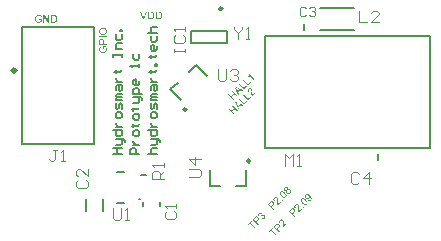
<source format=gto>
G04*
G04 #@! TF.GenerationSoftware,Altium Limited,Altium Designer,25.4.2 (15)*
G04*
G04 Layer_Color=65535*
%FSTAX24Y24*%
%MOIN*%
G70*
G04*
G04 #@! TF.SameCoordinates,4B3FD54A-89C9-4FE9-A7AC-56F29E8A28E8*
G04*
G04*
G04 #@! TF.FilePolarity,Positive*
G04*
G01*
G75*
%ADD10C,0.0098*%
%ADD11C,0.0079*%
%ADD12C,0.0118*%
%ADD13C,0.0059*%
%ADD14C,0.0059*%
%ADD15C,0.0050*%
%ADD16C,0.0047*%
G36*
X021248Y018032D02*
X021251D01*
X021255Y018032D01*
X021259Y018031D01*
X021264Y018031D01*
X021274Y018029D01*
X021286Y018026D01*
X021298Y018022D01*
X021304Y01802D01*
X021309Y018017D01*
X02131D01*
X021311Y018016D01*
X021312Y018016D01*
X021315Y018014D01*
X021317Y018013D01*
X02132Y018011D01*
X021327Y018006D01*
X021334Y018D01*
X021341Y017992D01*
X021349Y017984D01*
X021355Y017974D01*
Y017973D01*
X021356Y017972D01*
X021357Y017971D01*
X021358Y017968D01*
X021359Y017966D01*
X02136Y017963D01*
X021361Y017959D01*
X021363Y017955D01*
X021364Y017951D01*
X021366Y017946D01*
X021368Y017936D01*
X02137Y017924D01*
X021371Y017912D01*
Y017909D01*
X02137Y017907D01*
Y017903D01*
X02137Y0179D01*
X021369Y017896D01*
X021368Y017891D01*
X021366Y017881D01*
X021363Y017871D01*
X021359Y01786D01*
X021356Y017854D01*
X021353Y017849D01*
X021353Y017848D01*
X021353Y017848D01*
X021352Y017846D01*
X02135Y017844D01*
X021349Y017842D01*
X021347Y017839D01*
X021341Y017833D01*
X021335Y017826D01*
X021327Y017819D01*
X021317Y017812D01*
X021307Y017806D01*
X021307D01*
X021305Y017805D01*
X021304Y017805D01*
X021302Y017804D01*
X021299Y017803D01*
X021296Y017802D01*
X021292Y0178D01*
X021288Y017799D01*
X021283Y017798D01*
X021279Y017796D01*
X021268Y017794D01*
X021256Y017793D01*
X021244Y017792D01*
X021244D01*
X021243D01*
X021241D01*
X021238Y017792D01*
X021233D01*
X021228Y017793D01*
X021222Y017794D01*
X021215Y017795D01*
X021208Y017796D01*
X0212Y017798D01*
X021192Y0178D01*
X021184Y017803D01*
X021176Y017806D01*
X021168Y01781D01*
X02116Y017814D01*
X021153Y01782D01*
X021146Y017825D01*
X021145Y017826D01*
X021144Y017827D01*
X021142Y017829D01*
X02114Y017832D01*
X021137Y017835D01*
X021134Y017839D01*
X021131Y017844D01*
X021128Y017849D01*
X021125Y017855D01*
X021121Y017861D01*
X021118Y017869D01*
X021115Y017876D01*
X021113Y017885D01*
X021111Y017893D01*
X02111Y017903D01*
X02111Y017912D01*
Y017916D01*
X02111Y017918D01*
Y017921D01*
X021111Y017925D01*
X021111Y017929D01*
X021112Y017933D01*
X021114Y017943D01*
X021117Y017954D01*
X021121Y017964D01*
X021124Y01797D01*
X021127Y017975D01*
X021127Y017976D01*
X021127Y017976D01*
X021129Y017978D01*
X02113Y01798D01*
X021131Y017982D01*
X021134Y017985D01*
X021139Y017991D01*
X021145Y017998D01*
X021153Y018005D01*
X021163Y018012D01*
X021173Y018018D01*
X021174D01*
X021175Y018019D01*
X021176Y018019D01*
X021178Y01802D01*
X021181Y018022D01*
X021185Y018023D01*
X021189Y018024D01*
X021193Y018026D01*
X021198Y018027D01*
X021203Y018028D01*
X021209Y01803D01*
X021214Y018031D01*
X021227Y018032D01*
X021241Y018033D01*
X021241D01*
X021243D01*
X021245D01*
X021248Y018032D01*
D02*
G37*
G36*
X021366Y01771D02*
X021114D01*
Y017743D01*
X021366D01*
Y01771D01*
D02*
G37*
G36*
X021193Y017661D02*
X021195Y017661D01*
X021199Y01766D01*
X021202Y01766D01*
X021206Y017659D01*
X021215Y017656D01*
X021219Y017655D01*
X021224Y017653D01*
X021229Y01765D01*
X021233Y017648D01*
X021237Y017644D01*
X021242Y017641D01*
X021242Y01764D01*
X021243Y01764D01*
X021244Y017639D01*
X021245Y017637D01*
X021247Y017635D01*
X021249Y017632D01*
X021251Y017628D01*
X021253Y017624D01*
X021255Y017619D01*
X021257Y017614D01*
X021259Y017608D01*
X02126Y017601D01*
X021262Y017594D01*
X021263Y017586D01*
X021264Y017577D01*
X021264Y017567D01*
Y017503D01*
X021366D01*
Y017469D01*
X021114D01*
Y017573D01*
X021115Y017578D01*
X021115Y017584D01*
X021115Y017591D01*
X021116Y017597D01*
X021117Y017603D01*
Y017603D01*
X021118Y017606D01*
X021118Y017609D01*
X021119Y017614D01*
X021121Y017618D01*
X021123Y017623D01*
X021126Y017629D01*
X021129Y017634D01*
X021129Y017634D01*
X02113Y017636D01*
X021133Y017638D01*
X021135Y017641D01*
X021138Y017644D01*
X021143Y017647D01*
X021147Y017651D01*
X021153Y017654D01*
X021154Y017654D01*
X021155Y017655D01*
X021159Y017656D01*
X021163Y017658D01*
X021168Y017659D01*
X021174Y01766D01*
X021181Y017661D01*
X021188Y017662D01*
X021188D01*
X021189D01*
X02119D01*
X021193Y017661D01*
D02*
G37*
G36*
X021332Y01742D02*
X021332Y017419D01*
X021333Y017418D01*
X021335Y017416D01*
X021336Y017414D01*
X021338Y017411D01*
X02134Y017408D01*
X021342Y017405D01*
X021347Y017397D01*
X021352Y017388D01*
X021357Y017379D01*
X021361Y017369D01*
Y017369D01*
X021361Y017368D01*
X021361Y017367D01*
X021362Y017365D01*
X021363Y017362D01*
X021364Y017359D01*
X021365Y017356D01*
X021365Y017353D01*
X021367Y017345D01*
X021369Y017336D01*
X02137Y017326D01*
X021371Y017316D01*
Y017312D01*
X02137Y01731D01*
Y017306D01*
X02137Y017302D01*
X021369Y017298D01*
X021369Y017293D01*
X021367Y017283D01*
X021364Y017271D01*
X02136Y01726D01*
X021358Y017254D01*
X021355Y017248D01*
X021355Y017248D01*
X021354Y017247D01*
X021353Y017245D01*
X021352Y017243D01*
X02135Y01724D01*
X021348Y017238D01*
X021343Y017231D01*
X021337Y017224D01*
X021329Y017216D01*
X02132Y017209D01*
X021309Y017202D01*
X021309D01*
X021308Y017201D01*
X021306Y017201D01*
X021304Y0172D01*
X021301Y017199D01*
X021297Y017197D01*
X021294Y017196D01*
X021289Y017195D01*
X021285Y017193D01*
X021279Y017192D01*
X021274Y017191D01*
X021268Y017189D01*
X021255Y017188D01*
X021242Y017187D01*
X021241D01*
X02124D01*
X021238D01*
X021236Y017187D01*
X021232D01*
X021228Y017188D01*
X021224Y017188D01*
X02122Y017189D01*
X021214Y01719D01*
X021209Y017191D01*
X021197Y017193D01*
X021185Y017197D01*
X021173Y017202D01*
X021173Y017203D01*
X021172Y017203D01*
X02117Y017204D01*
X021168Y017205D01*
X021165Y017207D01*
X021162Y017208D01*
X021155Y017213D01*
X021147Y01722D01*
X02114Y017227D01*
X021132Y017236D01*
X021129Y017241D01*
X021126Y017246D01*
X021125Y017247D01*
X021125Y017248D01*
X021124Y017249D01*
X021123Y017251D01*
X021122Y017254D01*
X021121Y017258D01*
X021119Y017261D01*
X021118Y017266D01*
X021116Y01727D01*
X021115Y017275D01*
X021114Y017281D01*
X021113Y017287D01*
X021111Y017299D01*
X02111Y017306D01*
Y017318D01*
X02111Y01732D01*
Y017323D01*
X021111Y01733D01*
X021112Y017337D01*
X021114Y017345D01*
X021116Y017354D01*
X021119Y017362D01*
Y017363D01*
X021119Y017363D01*
X02112Y017365D01*
X021121Y017366D01*
X021123Y01737D01*
X021125Y017375D01*
X021129Y017381D01*
X021133Y017386D01*
X021138Y017392D01*
X021144Y017397D01*
X021145Y017398D01*
X021147Y017399D01*
X02115Y017401D01*
X021155Y017404D01*
X021161Y017407D01*
X021168Y01741D01*
X021176Y017414D01*
X021185Y017416D01*
X021193Y017386D01*
X021193D01*
X021192Y017386D01*
X021191Y017385D01*
X02119Y017385D01*
X021186Y017384D01*
X021182Y017382D01*
X021177Y01738D01*
X021172Y017378D01*
X021167Y017375D01*
X021163Y017372D01*
X021162Y017371D01*
X021161Y01737D01*
X021159Y017368D01*
X021157Y017366D01*
X021154Y017362D01*
X021151Y017358D01*
X021148Y017353D01*
X021145Y017348D01*
X021145Y017347D01*
X021144Y017345D01*
X021143Y017342D01*
X021142Y017338D01*
X021141Y017333D01*
X021139Y017327D01*
X021139Y01732D01*
X021138Y017313D01*
Y017309D01*
X021139Y017307D01*
Y017305D01*
X021139Y0173D01*
X02114Y017294D01*
X021141Y017287D01*
X021143Y01728D01*
X021146Y017274D01*
X021146Y017273D01*
X021147Y017271D01*
X021149Y017268D01*
X02115Y017264D01*
X021153Y01726D01*
X021156Y017255D01*
X02116Y017251D01*
X021164Y017247D01*
X021164Y017246D01*
X021166Y017245D01*
X021168Y017243D01*
X021171Y017241D01*
X021175Y017238D01*
X021179Y017236D01*
X021184Y017233D01*
X021189Y017231D01*
X021189D01*
X02119Y01723D01*
X021191Y01723D01*
X021193Y017229D01*
X021195Y017228D01*
X021198Y017228D01*
X021201Y017227D01*
X021204Y017226D01*
X021212Y017224D01*
X02122Y017223D01*
X021229Y017222D01*
X02124Y017221D01*
X02124D01*
X021241D01*
X021243D01*
X021245Y017222D01*
X021248D01*
X021252Y017222D01*
X021255Y017222D01*
X021259Y017223D01*
X021268Y017224D01*
X021278Y017226D01*
X021287Y017229D01*
X021296Y017232D01*
X021297D01*
X021297Y017233D01*
X021299Y017234D01*
X0213Y017235D01*
X021304Y017237D01*
X021309Y017241D01*
X021315Y017246D01*
X02132Y017252D01*
X021325Y017259D01*
X02133Y017266D01*
Y017267D01*
X02133Y017267D01*
X021331Y017268D01*
X021332Y01727D01*
X021332Y017272D01*
X021333Y017275D01*
X021335Y01728D01*
X021337Y017288D01*
X021339Y017296D01*
X02134Y017305D01*
X021341Y017314D01*
Y017317D01*
X02134Y017319D01*
Y017322D01*
X02134Y017327D01*
X021339Y017334D01*
X021337Y017341D01*
X021335Y017348D01*
X021333Y017356D01*
Y017356D01*
X021332Y017357D01*
X021332Y017358D01*
X021331Y017359D01*
X021329Y017363D01*
X021327Y017367D01*
X021325Y017373D01*
X021322Y017378D01*
X021319Y017383D01*
X021315Y017387D01*
X021268D01*
Y017313D01*
X021238D01*
Y01742D01*
X021331D01*
X021332Y01742D01*
D02*
G37*
G36*
X02262Y018319D02*
X022585D01*
X022488Y018571D01*
X022524D01*
X02259Y018388D01*
Y018387D01*
X02259Y018387D01*
X022591Y018385D01*
X022591Y018384D01*
X022592Y018382D01*
X022592Y01838D01*
X022594Y018374D01*
X022596Y018368D01*
X022599Y018361D01*
X022603Y018346D01*
Y018347D01*
X022603Y018348D01*
X022604Y018349D01*
X022604Y01835D01*
X022605Y018354D01*
X022607Y01836D01*
X022609Y018366D01*
X022611Y018373D01*
X022613Y01838D01*
X022616Y018388D01*
X022685Y018571D01*
X022719D01*
X02262Y018319D01*
D02*
G37*
G36*
X023106Y01857D02*
X023114Y01857D01*
X023121Y018569D01*
X023128Y018568D01*
X023134Y018567D01*
X023135D01*
X023135Y018567D01*
X023137D01*
X023138Y018566D01*
X023142Y018565D01*
X023147Y018563D01*
X023153Y018561D01*
X023159Y018557D01*
X023165Y018554D01*
X023171Y018549D01*
X023172Y018549D01*
X023172Y018548D01*
X023173Y018547D01*
X023174Y018546D01*
X023178Y018542D01*
X023182Y018537D01*
X023187Y018531D01*
X023192Y018524D01*
X023197Y018515D01*
X023201Y018506D01*
Y018506D01*
X023201Y018505D01*
X023202Y018503D01*
X023202Y018501D01*
X023204Y018499D01*
X023204Y018496D01*
X023205Y018492D01*
X023206Y018488D01*
X023207Y018484D01*
X023208Y01848D01*
X02321Y01847D01*
X023211Y018458D01*
X023211Y018446D01*
Y018445D01*
Y018445D01*
Y018443D01*
Y018441D01*
X023211Y018439D01*
Y018436D01*
X02321Y018429D01*
X023209Y018421D01*
X023208Y018412D01*
X023206Y018404D01*
X023204Y018395D01*
Y018395D01*
X023204Y018394D01*
X023204Y018393D01*
X023203Y018391D01*
X023202Y018387D01*
X0232Y018382D01*
X023197Y018376D01*
X023194Y018371D01*
X023191Y018364D01*
X023187Y018359D01*
X023187Y018358D01*
X023185Y018356D01*
X023183Y018353D01*
X02318Y01835D01*
X023177Y018346D01*
X023173Y018343D01*
X023169Y018339D01*
X023164Y018336D01*
X023163Y018335D01*
X023162Y018334D01*
X023159Y018333D01*
X023156Y018331D01*
X023151Y018329D01*
X023146Y018327D01*
X023141Y018325D01*
X023134Y018323D01*
X023133D01*
X023132Y018322D01*
X023131Y018322D01*
X023127Y018322D01*
X023122Y018321D01*
X023117Y01832D01*
X02311Y01832D01*
X023102Y018319D01*
X023094Y018319D01*
X023003D01*
Y018571D01*
X0231D01*
X023106Y01857D01*
D02*
G37*
G36*
X022852D02*
X02286Y01857D01*
X022867Y018569D01*
X022874Y018568D01*
X02288Y018567D01*
X022881D01*
X022881Y018567D01*
X022882D01*
X022884Y018566D01*
X022888Y018565D01*
X022893Y018563D01*
X022899Y018561D01*
X022905Y018557D01*
X022911Y018554D01*
X022917Y018549D01*
X022917Y018549D01*
X022918Y018548D01*
X022919Y018547D01*
X02292Y018546D01*
X022924Y018542D01*
X022928Y018537D01*
X022933Y018531D01*
X022938Y018524D01*
X022943Y018515D01*
X022947Y018506D01*
Y018506D01*
X022947Y018505D01*
X022948Y018503D01*
X022948Y018501D01*
X022949Y018499D01*
X02295Y018496D01*
X022951Y018492D01*
X022952Y018488D01*
X022953Y018484D01*
X022954Y01848D01*
X022956Y01847D01*
X022957Y018458D01*
X022957Y018446D01*
Y018445D01*
Y018445D01*
Y018443D01*
Y018441D01*
X022957Y018439D01*
Y018436D01*
X022956Y018429D01*
X022955Y018421D01*
X022954Y018412D01*
X022952Y018404D01*
X02295Y018395D01*
Y018395D01*
X02295Y018394D01*
X022949Y018393D01*
X022949Y018391D01*
X022948Y018387D01*
X022945Y018382D01*
X022943Y018376D01*
X02294Y018371D01*
X022937Y018364D01*
X022933Y018359D01*
X022933Y018358D01*
X022931Y018356D01*
X022929Y018353D01*
X022926Y01835D01*
X022923Y018346D01*
X022919Y018343D01*
X022915Y018339D01*
X02291Y018336D01*
X022909Y018335D01*
X022908Y018334D01*
X022905Y018333D01*
X022902Y018331D01*
X022897Y018329D01*
X022892Y018327D01*
X022886Y018325D01*
X02288Y018323D01*
X022879D01*
X022878Y018322D01*
X022877Y018322D01*
X022873Y018322D01*
X022868Y018321D01*
X022862Y01832D01*
X022856Y01832D01*
X022848Y018319D01*
X02284Y018319D01*
X022749D01*
Y018571D01*
X022846D01*
X022852Y01857D01*
D02*
G37*
G36*
X019107Y018457D02*
X01911D01*
X019117Y018456D01*
X019125Y018455D01*
X019133Y018453D01*
X019142Y018451D01*
X01915Y018448D01*
X01915D01*
X019151Y018448D01*
X019152Y018447D01*
X019154Y018446D01*
X019158Y018444D01*
X019163Y018442D01*
X019168Y018438D01*
X019174Y018434D01*
X019179Y018429D01*
X019185Y018423D01*
X019185Y018422D01*
X019187Y01842D01*
X019189Y018417D01*
X019192Y018412D01*
X019195Y018406D01*
X019198Y018399D01*
X019201Y018391D01*
X019204Y018382D01*
X019174Y018374D01*
Y018374D01*
X019173Y018375D01*
X019173Y018376D01*
X019173Y018377D01*
X019171Y018381D01*
X01917Y018385D01*
X019168Y01839D01*
X019165Y018395D01*
X019163Y0184D01*
X019159Y018404D01*
X019159Y018405D01*
X019158Y018406D01*
X019156Y018408D01*
X019153Y01841D01*
X01915Y018413D01*
X019146Y018416D01*
X019141Y018419D01*
X019135Y018422D01*
X019135Y018422D01*
X019133Y018423D01*
X01913Y018424D01*
X019125Y018425D01*
X01912Y018426D01*
X019114Y018427D01*
X019108Y018428D01*
X019101Y018429D01*
X019097D01*
X019095Y018428D01*
X019093D01*
X019087Y018428D01*
X019081Y018427D01*
X019074Y018426D01*
X019068Y018424D01*
X019061Y018421D01*
X01906Y018421D01*
X019058Y01842D01*
X019055Y018418D01*
X019052Y018417D01*
X019047Y018414D01*
X019043Y018411D01*
X019038Y018407D01*
X019034Y018403D01*
X019034Y018403D01*
X019032Y018401D01*
X019031Y018399D01*
X019028Y018396D01*
X019026Y018392D01*
X019023Y018388D01*
X019021Y018383D01*
X019018Y018378D01*
Y018378D01*
X019018Y018377D01*
X019017Y018376D01*
X019017Y018374D01*
X019016Y018372D01*
X019015Y018369D01*
X019014Y018366D01*
X019013Y018363D01*
X019012Y018355D01*
X01901Y018347D01*
X019009Y018338D01*
X019009Y018327D01*
Y018327D01*
Y018326D01*
Y018324D01*
X019009Y018322D01*
Y018319D01*
X019009Y018315D01*
X01901Y018312D01*
X01901Y018308D01*
X019012Y018299D01*
X019013Y018289D01*
X019016Y01828D01*
X01902Y018271D01*
Y01827D01*
X019021Y018269D01*
X019021Y018268D01*
X019022Y018267D01*
X019025Y018263D01*
X019029Y018258D01*
X019033Y018252D01*
X019039Y018247D01*
X019046Y018242D01*
X019054Y018237D01*
X019054D01*
X019055Y018237D01*
X019056Y018236D01*
X019058Y018235D01*
X01906Y018235D01*
X019062Y018234D01*
X019068Y018232D01*
X019075Y01823D01*
X019083Y018228D01*
X019092Y018227D01*
X019101Y018226D01*
X019105D01*
X019107Y018227D01*
X019109D01*
X019115Y018227D01*
X019121Y018228D01*
X019128Y018229D01*
X019136Y018232D01*
X019143Y018234D01*
X019144D01*
X019144Y018235D01*
X019145Y018235D01*
X019147Y018236D01*
X019151Y018237D01*
X019155Y01824D01*
X01916Y018242D01*
X019166Y018245D01*
X019171Y018248D01*
X019175Y018252D01*
Y018299D01*
X019101D01*
Y018329D01*
X019208D01*
Y018236D01*
X019207Y018235D01*
X019207Y018235D01*
X019205Y018234D01*
X019203Y018232D01*
X019201Y018231D01*
X019199Y018229D01*
X019195Y018227D01*
X019192Y018225D01*
X019185Y01822D01*
X019176Y018215D01*
X019167Y01821D01*
X019157Y018206D01*
X019156D01*
X019156Y018206D01*
X019154Y018205D01*
X019152Y018205D01*
X01915Y018204D01*
X019147Y018203D01*
X019144Y018202D01*
X01914Y018201D01*
X019132Y0182D01*
X019123Y018198D01*
X019114Y018197D01*
X019103Y018196D01*
X0191D01*
X019097Y018197D01*
X019094D01*
X01909Y018197D01*
X019086Y018198D01*
X019081Y018198D01*
X01907Y0182D01*
X019059Y018203D01*
X019047Y018207D01*
X019041Y018209D01*
X019036Y018212D01*
X019035Y018212D01*
X019034Y018213D01*
X019033Y018214D01*
X019031Y018215D01*
X019028Y018217D01*
X019025Y018219D01*
X019019Y018224D01*
X019011Y01823D01*
X019004Y018238D01*
X018996Y018247D01*
X01899Y018258D01*
Y018258D01*
X018989Y018259D01*
X018988Y018261D01*
X018987Y018263D01*
X018986Y018266D01*
X018985Y018269D01*
X018984Y018273D01*
X018982Y018278D01*
X018981Y018282D01*
X018979Y018288D01*
X018978Y018293D01*
X018977Y018299D01*
X018975Y018312D01*
X018974Y018325D01*
Y018326D01*
Y018327D01*
Y018329D01*
X018975Y018331D01*
Y018335D01*
X018975Y018339D01*
X018976Y018343D01*
X018976Y018347D01*
X018977Y018353D01*
X018978Y018358D01*
X018981Y01837D01*
X018985Y018382D01*
X01899Y018394D01*
X01899Y018394D01*
X01899Y018395D01*
X018991Y018397D01*
X018993Y018399D01*
X018994Y018402D01*
X018996Y018405D01*
X019001Y018411D01*
X019007Y018419D01*
X019015Y018427D01*
X019024Y018435D01*
X019029Y018438D01*
X019034Y018441D01*
X019034Y018442D01*
X019035Y018442D01*
X019037Y018443D01*
X019039Y018444D01*
X019042Y018445D01*
X019045Y018446D01*
X019049Y018448D01*
X019053Y018449D01*
X019058Y018451D01*
X019063Y018452D01*
X019068Y018453D01*
X019074Y018454D01*
X019087Y018456D01*
X019094Y018457D01*
X019105D01*
X019107Y018457D01*
D02*
G37*
G36*
X019455Y018201D02*
X01942D01*
X019289Y018398D01*
Y018201D01*
X019257D01*
Y018453D01*
X019291D01*
X019423Y018255D01*
Y018453D01*
X019455D01*
Y018201D01*
D02*
G37*
G36*
X019614Y018452D02*
X019622Y018452D01*
X019629Y018451D01*
X019636Y01845D01*
X019642Y018449D01*
X019643D01*
X019644Y018449D01*
X019645D01*
X019646Y018448D01*
X01965Y018447D01*
X019655Y018445D01*
X019661Y018442D01*
X019667Y018439D01*
X019673Y018435D01*
X019679Y018431D01*
X01968Y01843D01*
X01968Y01843D01*
X019681Y018429D01*
X019682Y018428D01*
X019686Y018424D01*
X01969Y018419D01*
X019695Y018413D01*
X0197Y018406D01*
X019705Y018397D01*
X019709Y018388D01*
Y018387D01*
X019709Y018387D01*
X01971Y018385D01*
X019711Y018383D01*
X019712Y018381D01*
X019712Y018378D01*
X019713Y018374D01*
X019714Y01837D01*
X019715Y018366D01*
X019716Y018362D01*
X019718Y018351D01*
X019719Y01834D01*
X019719Y018328D01*
Y018327D01*
Y018327D01*
Y018325D01*
Y018323D01*
X019719Y01832D01*
Y018318D01*
X019719Y018311D01*
X019717Y018303D01*
X019716Y018294D01*
X019714Y018286D01*
X019712Y018277D01*
Y018276D01*
X019712Y018276D01*
X019712Y018275D01*
X019711Y018273D01*
X01971Y018269D01*
X019708Y018264D01*
X019705Y018258D01*
X019702Y018252D01*
X019699Y018246D01*
X019695Y01824D01*
X019695Y01824D01*
X019693Y018238D01*
X019691Y018235D01*
X019688Y018232D01*
X019685Y018228D01*
X019681Y018225D01*
X019677Y018221D01*
X019672Y018217D01*
X019672Y018217D01*
X01967Y018216D01*
X019668Y018215D01*
X019664Y018213D01*
X01966Y018211D01*
X019654Y018209D01*
X019649Y018207D01*
X019642Y018205D01*
X019641D01*
X01964Y018204D01*
X019639Y018204D01*
X019636Y018204D01*
X01963Y018203D01*
X019625Y018202D01*
X019618Y018201D01*
X01961Y018201D01*
X019602Y018201D01*
X019511D01*
Y018453D01*
X019608D01*
X019614Y018452D01*
D02*
G37*
G36*
X028054Y012489D02*
X028062Y012488D01*
X028071Y012486D01*
X02808Y012483D01*
X02808Y012483D01*
X028081Y012483D01*
X028083Y012482D01*
X028085Y012481D01*
X028087Y01248D01*
X02809Y012479D01*
X028093Y012477D01*
X028097Y012475D01*
X028101Y012472D01*
X028105Y012469D01*
X02811Y012465D01*
X028115Y012461D01*
X02812Y012457D01*
X028126Y012452D01*
X028132Y012447D01*
X028138Y012441D01*
X028138Y012441D01*
X028139Y01244D01*
X028141Y012438D01*
X028143Y012435D01*
X028146Y012432D01*
X028149Y012429D01*
X028153Y012425D01*
X028156Y01242D01*
X028164Y012411D01*
X028172Y0124D01*
X028179Y01239D01*
X028182Y012384D01*
X028185Y012379D01*
X028185Y012379D01*
X028185Y012378D01*
X028186Y012376D01*
X028187Y012374D01*
X028188Y012372D01*
X028189Y012369D01*
X028191Y012362D01*
X028192Y012354D01*
X028194Y012345D01*
X028194Y012336D01*
X028193Y012326D01*
X028193Y012326D01*
Y012325D01*
X028193Y012324D01*
X028192Y012322D01*
X028192Y01232D01*
X028191Y012317D01*
X02819Y012314D01*
X028189Y012311D01*
X028186Y012304D01*
X028182Y012297D01*
X028176Y012289D01*
X02817Y012281D01*
X028168Y012279D01*
X028166Y012278D01*
X028164Y012277D01*
X028162Y012275D01*
X028156Y012271D01*
X028149Y012267D01*
X028142Y012263D01*
X028133Y01226D01*
X028129Y012259D01*
X028124Y012259D01*
X02812D01*
X028117Y012259D01*
X028115Y012259D01*
X028108Y01226D01*
X028101Y012262D01*
X028093Y012266D01*
X028085Y01227D01*
X028076Y012276D01*
X028095Y012299D01*
X028095Y012298D01*
X028096Y012298D01*
X028096Y012298D01*
X028098Y012297D01*
X028101Y012295D01*
X028105Y012293D01*
X02811Y012291D01*
X028116Y012289D01*
X028121Y012287D01*
X028126Y012287D01*
X028127D01*
X028129Y012287D01*
X028132Y012288D01*
X028135Y012289D01*
X028139Y012291D01*
X028143Y012293D01*
X028148Y012296D01*
X028152Y0123D01*
X028154Y012302D01*
X028156Y012304D01*
X028158Y012306D01*
X02816Y01231D01*
X028162Y012313D01*
X028164Y012318D01*
X028165Y012322D01*
Y012322D01*
X028166Y012324D01*
X028166Y012327D01*
Y01233D01*
X028167Y012333D01*
Y012338D01*
X028166Y012342D01*
X028166Y012347D01*
Y012347D01*
X028165Y012349D01*
X028164Y012352D01*
X028163Y012355D01*
X028161Y01236D01*
X028159Y012365D01*
X028156Y01237D01*
X028152Y012376D01*
X028152Y012376D01*
Y012377D01*
X028151Y012377D01*
X028151Y012379D01*
X028149Y012382D01*
X028146Y012386D01*
X028142Y012391D01*
X028139Y012396D01*
X028134Y012401D01*
X028129Y012406D01*
X028129Y012406D01*
X028128Y012407D01*
X028127Y012408D01*
X028125Y01241D01*
X028125Y01241D01*
X028125Y012407D01*
X028125Y012404D01*
X028126Y0124D01*
Y012394D01*
X028126Y012389D01*
X028125Y012382D01*
X028124Y012375D01*
X028123Y012375D01*
X028123Y012372D01*
X028121Y012369D01*
X02812Y012365D01*
X028117Y01236D01*
X028114Y012355D01*
X02811Y012349D01*
X028105Y012344D01*
X028103Y012342D01*
X028102Y012341D01*
X028099Y012339D01*
X028097Y012337D01*
X028094Y012335D01*
X02809Y012333D01*
X028083Y012329D01*
X028078Y012328D01*
X028074Y012326D01*
X028069Y012324D01*
X028063Y012324D01*
X028058Y012323D01*
X028051D01*
X028049Y012323D01*
X028047Y012323D01*
X028044Y012324D01*
X028041Y012324D01*
X028037Y012326D01*
X028033Y012327D01*
X028029Y012328D01*
X028025Y01233D01*
X02802Y012332D01*
X028015Y012335D01*
X02801Y012338D01*
X028005Y012341D01*
X028Y012345D01*
X027995Y01235D01*
X027994Y01235D01*
X027993Y012351D01*
X027992Y012353D01*
X027991Y012355D01*
X027989Y012357D01*
X027986Y01236D01*
X027984Y012364D01*
X027981Y012368D01*
X027976Y012376D01*
X027974Y012381D01*
X027972Y012386D01*
X02797Y012392D01*
X027969Y012398D01*
X027967Y012403D01*
X027967Y012409D01*
Y01241D01*
Y012411D01*
Y012413D01*
X027967Y012415D01*
X027968Y012418D01*
X027968Y012421D01*
X027969Y012425D01*
X02797Y012429D01*
X027971Y012433D01*
X027973Y012437D01*
X027977Y012447D01*
X027979Y012452D01*
X027983Y012457D01*
X027986Y012461D01*
X02799Y012466D01*
X027992Y012468D01*
X027994Y012469D01*
X027995Y01247D01*
X027997Y012472D01*
X028002Y012475D01*
X028008Y012479D01*
X028015Y012483D01*
X028023Y012486D01*
X028031Y012488D01*
X028032Y012488D01*
X028033Y012488D01*
X028034Y012488D01*
X028036Y012489D01*
X02804Y012489D01*
X028046Y01249D01*
X028054Y012489D01*
D02*
G37*
G36*
X027913Y012351D02*
X02792Y01235D01*
X027921Y01235D01*
X027923Y01235D01*
X027926Y012348D01*
X027931Y012347D01*
X027937Y012345D01*
X027943Y012342D01*
X02795Y012339D01*
X027957Y012335D01*
X027958Y012335D01*
X027958Y012334D01*
X027959Y012334D01*
X027961Y012333D01*
X027963Y012331D01*
X027965Y01233D01*
X027968Y012328D01*
X02797Y012326D01*
X027974Y012323D01*
X027977Y012321D01*
X027981Y012317D01*
X027985Y012314D01*
X02799Y01231D01*
X027994Y012306D01*
X027999Y012302D01*
X028003Y012297D01*
X028004Y012297D01*
X028005Y012296D01*
X028007Y012294D01*
X028009Y012292D01*
X028011Y012289D01*
X028014Y012286D01*
X028017Y012282D01*
X028021Y012278D01*
X028028Y012269D01*
X028035Y012259D01*
X028042Y01225D01*
X028045Y012245D01*
X028047Y01224D01*
X028048Y012239D01*
X028048Y012239D01*
X028048Y012237D01*
X028049Y012235D01*
X028051Y012233D01*
X028051Y01223D01*
X028054Y012224D01*
X028056Y012216D01*
X028057Y012208D01*
X028058Y012199D01*
X028058Y01219D01*
X028058Y01219D01*
X028058Y012189D01*
X028058Y012188D01*
X028057Y012187D01*
X028057Y012184D01*
X028056Y012182D01*
X028054Y012176D01*
X028052Y01217D01*
X028048Y012163D01*
X028043Y012155D01*
X028036Y012148D01*
X028034Y012145D01*
X028031Y012144D01*
X028029Y012142D01*
X028026Y01214D01*
X028023Y012138D01*
X028019Y012135D01*
X028015Y012133D01*
X02801Y012131D01*
X028005Y012129D01*
X028Y012128D01*
X027995Y012126D01*
X027989Y012126D01*
X027983Y012125D01*
X027977Y012126D01*
X027977D01*
X027975Y012126D01*
X027973Y012126D01*
X02797Y012127D01*
X027966Y012128D01*
X027962Y01213D01*
X027957Y012132D01*
X027951Y012134D01*
X027945Y012137D01*
X027938Y012141D01*
X02793Y012146D01*
X027922Y012151D01*
X027914Y012157D01*
X027905Y012164D01*
X027896Y012172D01*
X027887Y012181D01*
X027887Y012181D01*
X027886Y012182D01*
X027884Y012184D01*
X027882Y012186D01*
X027879Y012189D01*
X027876Y012192D01*
X027873Y012196D01*
X02787Y0122D01*
X027862Y012208D01*
X027855Y012218D01*
X027848Y012228D01*
X027845Y012233D01*
X027843Y012238D01*
X027842Y012238D01*
X027842Y012239D01*
X027842Y012241D01*
X027841Y012242D01*
X027839Y012245D01*
X027839Y012248D01*
X027836Y012254D01*
X027834Y012261D01*
X027833Y012269D01*
X027832Y012278D01*
X027832Y012287D01*
X027833Y012287D01*
X027832Y012288D01*
X027833Y012289D01*
X027833Y012291D01*
X027833Y012293D01*
X027834Y012295D01*
X027836Y012301D01*
X027839Y012308D01*
X027842Y012315D01*
X027848Y012322D01*
X027854Y01233D01*
X027856Y012332D01*
X02786Y012335D01*
X027863Y012338D01*
X027868Y012341D01*
X027873Y012344D01*
X027879Y012347D01*
X027885Y012349D01*
X027885Y012349D01*
X027886D01*
X027888Y01235D01*
X027891Y01235D01*
X027896Y012351D01*
X027901Y012351D01*
X027907Y012352D01*
X027913Y012351D01*
D02*
G37*
G36*
X027943Y012061D02*
X027918Y012036D01*
X027893Y012061D01*
X027918Y012086D01*
X027943Y012061D01*
D02*
G37*
G36*
X027705Y012149D02*
X02771D01*
X027713Y012148D01*
X027716Y012148D01*
X02772Y012147D01*
X027727Y012145D01*
X027736Y012141D01*
X02774Y012139D01*
X027744Y012136D01*
X027748Y012133D01*
X027752Y012129D01*
X027753Y012129D01*
X027754Y012128D01*
X027756Y012125D01*
X027759Y012122D01*
X027761Y012119D01*
X027764Y012114D01*
X027767Y012109D01*
X027769Y012104D01*
X027769Y012103D01*
X02777Y012101D01*
X027771Y012098D01*
X027772Y012094D01*
X027773Y012088D01*
X027775Y012082D01*
X027775Y012075D01*
X027776Y012067D01*
Y012066D01*
X027776Y012063D01*
Y012061D01*
Y012058D01*
Y012055D01*
Y012051D01*
Y012047D01*
X027776Y012042D01*
Y012037D01*
X027776Y012031D01*
X027775Y012025D01*
X027775Y012018D01*
X027774Y01201D01*
X027774Y012002D01*
Y012002D01*
Y012001D01*
X027774Y011999D01*
X027773Y011997D01*
Y011994D01*
X027773Y01199D01*
X027772Y011983D01*
X027772Y011975D01*
X027772Y011967D01*
X027771Y01196D01*
X027771Y011957D01*
Y011954D01*
Y011954D01*
Y011952D01*
Y01195D01*
X027771Y011947D01*
X027772Y011944D01*
X027772Y011941D01*
X027773Y011933D01*
X027861Y012021D01*
X027882Y012D01*
X027764Y011882D01*
X027764Y011882D01*
X027763Y011883D01*
X027761Y011885D01*
X027759Y011887D01*
X027757Y01189D01*
X027755Y011893D01*
X027753Y011896D01*
X027751Y0119D01*
X027751Y0119D01*
Y011901D01*
X02775Y011903D01*
X027749Y011906D01*
X027747Y011911D01*
X027746Y011916D01*
X027744Y011923D01*
X027743Y01193D01*
X027742Y011938D01*
X027742Y011938D01*
X027742Y011939D01*
X027742Y011942D01*
Y011946D01*
Y011953D01*
Y011961D01*
X027742Y01197D01*
X027743Y011981D01*
X027744Y011993D01*
Y011994D01*
X027744Y011996D01*
X027745Y011998D01*
X027745Y012002D01*
X027745Y012006D01*
X027746Y012011D01*
X027746Y012017D01*
X027746Y012023D01*
X027747Y012035D01*
X027747Y012048D01*
Y012054D01*
X027747Y01206D01*
X027746Y012066D01*
X027746Y01207D01*
X027745Y012071D01*
X027746Y012071D01*
X027745Y012073D01*
X027745Y012074D01*
X027744Y012079D01*
X027742Y012084D01*
X02774Y01209D01*
X027738Y012096D01*
X027734Y012102D01*
X02773Y012107D01*
X027729Y012108D01*
X027729Y012108D01*
X027727Y012109D01*
X027724Y012112D01*
X027721Y012114D01*
X027716Y012116D01*
X027711Y012118D01*
X027705Y012119D01*
X027698Y01212D01*
X027697D01*
X027695Y01212D01*
X027692Y012119D01*
X027687Y012118D01*
X027682Y012116D01*
X027676Y012113D01*
X02767Y01211D01*
X027665Y012104D01*
X027663Y012103D01*
X027662Y012102D01*
X02766Y012098D01*
X027657Y012094D01*
X027654Y012089D01*
X027651Y012083D01*
X02765Y012076D01*
X027649Y012069D01*
Y012068D01*
X027649Y012066D01*
X02765Y012062D01*
X027651Y012058D01*
X027653Y012052D01*
X027656Y012046D01*
X02766Y01204D01*
X027665Y012034D01*
X027641Y012014D01*
X027641Y012014D01*
X02764Y012015D01*
X027639Y012016D01*
X027637Y012018D01*
X027636Y012021D01*
X027634Y012024D01*
X027632Y012027D01*
X02763Y012031D01*
X027626Y012039D01*
X027623Y012048D01*
X027621Y012053D01*
X02762Y012059D01*
X02762Y012064D01*
Y012069D01*
Y012069D01*
X02762Y01207D01*
Y012072D01*
X027621Y012074D01*
X027621Y012076D01*
X027622Y012079D01*
X027623Y012083D01*
X027624Y012086D01*
X027626Y012091D01*
X027627Y012095D01*
X02763Y012099D01*
X027632Y012104D01*
X027635Y012109D01*
X027639Y012113D01*
X027643Y012118D01*
X027647Y012123D01*
X02765Y012126D01*
X027652Y012127D01*
X027654Y012129D01*
X027657Y012131D01*
X02766Y012133D01*
X027664Y012136D01*
X027672Y012141D01*
X027681Y012145D01*
X027686Y012147D01*
X027691Y012148D01*
X027697Y012149D01*
X027702Y012149D01*
X027703D01*
X027704Y012149D01*
X027705Y012149D01*
D02*
G37*
G36*
X027578Y012012D02*
X027584Y012011D01*
X02759Y012009D01*
X027591Y012009D01*
X027592Y012008D01*
X027596Y012007D01*
X0276Y012005D01*
X027604Y012002D01*
X027609Y011999D01*
X027615Y011995D01*
X02762Y01199D01*
X02762Y01199D01*
X027621Y011989D01*
X027622Y011988D01*
X027623Y011986D01*
X027625Y011984D01*
X027627Y011982D01*
X027629Y011979D01*
X027631Y011975D01*
X027635Y011967D01*
X027637Y011963D01*
X027639Y011958D01*
X027641Y011953D01*
X027642Y011948D01*
X027643Y011943D01*
X027643Y011937D01*
Y011937D01*
Y011936D01*
Y011934D01*
X027643Y011932D01*
X027643Y011929D01*
X027642Y011926D01*
X027641Y011922D01*
X027639Y011918D01*
X027637Y011913D01*
X027635Y011908D01*
X027632Y011902D01*
X027628Y011896D01*
X027624Y01189D01*
X027619Y011884D01*
X027613Y011877D01*
X027607Y01187D01*
X027562Y011824D01*
X027634Y011752D01*
X02761Y011728D01*
X027432Y011906D01*
X027505Y011979D01*
X027509Y011983D01*
X027514Y011987D01*
X027519Y011991D01*
X027524Y011995D01*
X027528Y011999D01*
X027529Y011999D01*
X027531Y012D01*
X027534Y012002D01*
X027538Y012005D01*
X027542Y012007D01*
X027547Y012009D01*
X027553Y012011D01*
X027558Y012012D01*
X027559Y012012D01*
X027561Y012013D01*
X027564D01*
X027568Y012013D01*
X027573D01*
X027578Y012012D01*
D02*
G37*
G36*
X027551Y011564D02*
X027532Y011545D01*
X027299Y011779D01*
X027318Y011798D01*
X027551Y011564D01*
D02*
G37*
G36*
X027198Y011641D02*
X027202D01*
X027205Y011641D01*
X027208Y01164D01*
X027212Y01164D01*
X02722Y011637D01*
X027228Y011634D01*
X027233Y011632D01*
X027237Y011629D01*
X027241Y011625D01*
X027245Y011622D01*
X027245Y011621D01*
X027247Y01162D01*
X027249Y011618D01*
X027251Y011615D01*
X027254Y011611D01*
X027256Y011606D01*
X027259Y011601D01*
X027261Y011596D01*
X027262Y011595D01*
X027262Y011593D01*
X027263Y01159D01*
X027265Y011586D01*
X027266Y011581D01*
X027267Y011574D01*
X027268Y011567D01*
X027269Y01156D01*
Y011558D01*
X027269Y011556D01*
Y011553D01*
Y011551D01*
Y011547D01*
Y011543D01*
Y011539D01*
X027269Y011534D01*
Y011529D01*
X027268Y011523D01*
X027268Y011517D01*
X027268Y01151D01*
X027267Y011503D01*
X027266Y011495D01*
Y011494D01*
Y011493D01*
X027266Y011492D01*
X027266Y011489D01*
Y011486D01*
X027266Y011483D01*
X027265Y011475D01*
X027264Y011467D01*
X027264Y011459D01*
X027264Y011452D01*
X027263Y011449D01*
Y011447D01*
Y011446D01*
Y011445D01*
Y011443D01*
X027264Y01144D01*
X027264Y011437D01*
X027264Y011433D01*
X027266Y011426D01*
X027354Y011514D01*
X027375Y011493D01*
X027257Y011374D01*
X027256Y011375D01*
X027255Y011376D01*
X027254Y011377D01*
X027252Y01138D01*
X02725Y011382D01*
X027248Y011385D01*
X027246Y011388D01*
X027244Y011392D01*
X027244Y011392D01*
Y011393D01*
X027243Y011395D01*
X027241Y011398D01*
X02724Y011403D01*
X027238Y011409D01*
X027237Y011415D01*
X027235Y011422D01*
X027235Y01143D01*
X027234Y011431D01*
X027235Y011431D01*
X027234Y011434D01*
Y011439D01*
Y011445D01*
Y011453D01*
X027235Y011463D01*
X027235Y011474D01*
X027236Y011486D01*
Y011486D01*
X027237Y011488D01*
X027237Y011491D01*
X027237Y011494D01*
X027237Y011499D01*
X027238Y011504D01*
X027238Y011509D01*
X027239Y011515D01*
X027239Y011528D01*
X027239Y01154D01*
Y011547D01*
X027239Y011553D01*
X027239Y011558D01*
X027238Y011563D01*
X027238Y011563D01*
X027238Y011564D01*
X027238Y011565D01*
X027237Y011567D01*
X027236Y011571D01*
X027235Y011577D01*
X027233Y011583D01*
X02723Y011589D01*
X027226Y011595D01*
X027222Y0116D01*
X027222Y0116D01*
X027222Y0116D01*
X02722Y011602D01*
X027217Y011604D01*
X027213Y011606D01*
X027209Y011609D01*
X027203Y01161D01*
X027197Y011612D01*
X027191Y011612D01*
X02719D01*
X027187Y011612D01*
X027184Y011612D01*
X02718Y01161D01*
X027174Y011608D01*
X027169Y011606D01*
X027163Y011602D01*
X027157Y011597D01*
X027156Y011595D01*
X027155Y011594D01*
X027152Y011591D01*
X027149Y011586D01*
X027146Y011581D01*
X027144Y011575D01*
X027142Y011569D01*
X027141Y011562D01*
Y011561D01*
X027141Y011558D01*
X027142Y011555D01*
X027144Y01155D01*
X027145Y011545D01*
X027148Y011539D01*
X027153Y011532D01*
X027158Y011526D01*
X027133Y011506D01*
X027133Y011506D01*
X027132Y011507D01*
X027131Y011509D01*
X02713Y011511D01*
X027128Y011513D01*
X027126Y011516D01*
X027124Y01152D01*
X027122Y011523D01*
X027118Y011531D01*
X027115Y011541D01*
X027114Y011546D01*
X027113Y011551D01*
X027112Y011556D01*
Y011561D01*
Y011562D01*
X027113Y011563D01*
Y011564D01*
X027113Y011566D01*
X027114Y011569D01*
X027114Y011572D01*
X027115Y011575D01*
X027116Y011579D01*
X027118Y011583D01*
X02712Y011587D01*
X027122Y011592D01*
X027125Y011596D01*
X027128Y011601D01*
X027131Y011606D01*
X027135Y01161D01*
X02714Y011615D01*
X027142Y011618D01*
X027144Y011619D01*
X027147Y011621D01*
X027149Y011624D01*
X027153Y011626D01*
X027156Y011628D01*
X027165Y011633D01*
X027174Y011637D01*
X027179Y011639D01*
X027184Y011641D01*
X027189Y011641D01*
X027195Y011642D01*
X027195D01*
X027196Y011642D01*
X027198Y011641D01*
D02*
G37*
G36*
X02707Y011504D02*
X027076Y011504D01*
X027082Y011502D01*
X027083Y011502D01*
X027085Y011501D01*
X027088Y0115D01*
X027092Y011497D01*
X027097Y011495D01*
X027102Y011492D01*
X027107Y011487D01*
X027112Y011483D01*
X027112Y011483D01*
X027113Y011482D01*
X027114Y011481D01*
X027116Y011479D01*
X027117Y011477D01*
X027119Y011474D01*
X027121Y011471D01*
X027124Y011468D01*
X027128Y01146D01*
X02713Y011456D01*
X027132Y011451D01*
X027133Y011446D01*
X027134Y011441D01*
X027135Y011435D01*
X027136Y01143D01*
Y011429D01*
Y011428D01*
Y011427D01*
X027135Y011425D01*
X027135Y011422D01*
X027134Y011418D01*
X027133Y011414D01*
X027132Y01141D01*
X02713Y011405D01*
X027128Y0114D01*
X027125Y011395D01*
X027121Y011389D01*
X027117Y011382D01*
X027112Y011376D01*
X027106Y011369D01*
X027099Y011362D01*
X027054Y011317D01*
X027126Y011244D01*
X027103Y011221D01*
X026924Y011399D01*
X026998Y011472D01*
X027002Y011475D01*
X027006Y011479D01*
X027011Y011484D01*
X027016Y011488D01*
X02702Y011491D01*
X027021Y011492D01*
X027023Y011493D01*
X027026Y011495D01*
X02703Y011497D01*
X027035Y011499D01*
X02704Y011501D01*
X027045Y011503D01*
X027051Y011504D01*
X027052Y011505D01*
X027053Y011505D01*
X027057D01*
X02706Y011505D01*
X027065D01*
X02707Y011504D01*
D02*
G37*
G36*
X026921Y011353D02*
X026862Y011294D01*
X027019Y011137D01*
X026996Y011114D01*
X026839Y011271D01*
X02678Y011212D01*
X026759Y011233D01*
X0269Y011374D01*
X026921Y011353D01*
D02*
G37*
G36*
X027352Y012728D02*
X027355Y012727D01*
X027361Y012726D01*
X027369Y012724D01*
X027377Y012721D01*
X027385Y012716D01*
X027389Y012713D01*
X027392Y012709D01*
X027393Y012709D01*
X027393Y012709D01*
X027394Y012707D01*
X027397Y012705D01*
X027399Y012701D01*
X027402Y012697D01*
X027404Y012692D01*
X027406Y012687D01*
X027407Y012681D01*
X027408Y01268D01*
Y012678D01*
Y012675D01*
Y012671D01*
X027407Y012666D01*
X027406Y01266D01*
X027404Y012654D01*
X027402Y012647D01*
X027402Y012648D01*
X027403Y012648D01*
X027404Y012648D01*
X027406Y012649D01*
X02741Y012651D01*
X027415Y012653D01*
X027422Y012654D01*
X027429Y012655D01*
X027436Y012655D01*
X027444Y012655D01*
X027444Y012655D01*
X027445D01*
X027447Y012654D01*
X027451Y012653D01*
X027456Y012651D01*
X027462Y012649D01*
X027468Y012645D01*
X027475Y012641D01*
X027481Y012635D01*
X027481Y012635D01*
X027482Y012634D01*
X027483Y012633D01*
X027485Y012631D01*
X027486Y012629D01*
X027488Y012627D01*
X02749Y012623D01*
X027492Y01262D01*
X027496Y012612D01*
X027498Y012608D01*
X0275Y012603D01*
X027501Y012598D01*
X027502Y012592D01*
X027503Y012587D01*
X027503Y012581D01*
Y01258D01*
Y012579D01*
Y012578D01*
X027503Y012576D01*
X027502Y012573D01*
X027502Y012569D01*
X0275Y012566D01*
X027499Y012562D01*
X027498Y012557D01*
X027496Y012553D01*
X027494Y012548D01*
X027491Y012543D01*
X027488Y012538D01*
X027485Y012533D01*
X027481Y012528D01*
X027476Y012523D01*
X027473Y01252D01*
X027471Y012519D01*
X027469Y012517D01*
X027466Y012514D01*
X027463Y012512D01*
X027459Y01251D01*
X02745Y012505D01*
X027445Y012502D01*
X027441Y0125D01*
X027435Y012498D01*
X027429Y012497D01*
X027424Y012496D01*
X027418Y012496D01*
X027415D01*
X027412Y012496D01*
X02741Y012496D01*
X027407Y012497D01*
X027403Y012497D01*
X027399Y012498D01*
X027395Y012499D01*
X027391Y012501D01*
X027382Y012505D01*
X027377Y012508D01*
X027372Y012511D01*
X027367Y012515D01*
X027363Y012518D01*
X027363Y012519D01*
X027362Y012519D01*
X027361Y01252D01*
X02736Y012522D01*
X027359Y012523D01*
X027357Y012525D01*
X027354Y01253D01*
X02735Y012535D01*
X027347Y012542D01*
X027345Y012549D01*
X027343Y012556D01*
X027342Y012557D01*
X027343Y012557D01*
X027342Y01256D01*
Y012564D01*
X027343Y012569D01*
X027344Y012575D01*
X027345Y012583D01*
X027348Y01259D01*
X027352Y012598D01*
X027352Y012597D01*
X027351D01*
X02735Y012597D01*
X027349Y012596D01*
X027345Y012595D01*
X027341Y012593D01*
X027335Y012592D01*
X027329Y012591D01*
X027323Y012591D01*
X027317Y012591D01*
X027317Y012592D01*
X027315Y012592D01*
X027312Y012593D01*
X027308Y012594D01*
X027304Y012596D01*
X027299Y012599D01*
X027294Y012603D01*
X027289Y012607D01*
X027288Y012608D01*
X027288Y012608D01*
X027287Y012609D01*
X027286Y012611D01*
X027284Y012613D01*
X027282Y012615D01*
X027279Y01262D01*
X027276Y012627D01*
X027273Y012635D01*
X027271Y012639D01*
X02727Y012644D01*
X02727Y012649D01*
X02727Y012654D01*
Y012654D01*
X02727Y012655D01*
Y012657D01*
X02727Y012658D01*
X027271Y012661D01*
X027271Y012664D01*
X027272Y012667D01*
X027273Y01267D01*
X027274Y012674D01*
X027276Y012678D01*
X027278Y012682D01*
X02728Y012687D01*
X027286Y012696D01*
X02729Y0127D01*
X027294Y012704D01*
X027296Y012707D01*
X027298Y012708D01*
X0273Y01271D01*
X027303Y012712D01*
X027305Y012714D01*
X027309Y012716D01*
X027316Y012721D01*
X027325Y012724D01*
X02733Y012726D01*
X027334Y012727D01*
X02734Y012728D01*
X027345Y012728D01*
X027349D01*
X027352Y012728D01*
D02*
G37*
G36*
X027214Y012587D02*
X027221Y012586D01*
X027222Y012586D01*
X027224Y012586D01*
X027227Y012585D01*
X027233Y012583D01*
X027238Y012581D01*
X027244Y012578D01*
X027251Y012575D01*
X027259Y012571D01*
X027259Y012571D01*
X02726Y01257D01*
X027261Y01257D01*
X027262Y012569D01*
X027264Y012568D01*
X027266Y012566D01*
X027269Y012564D01*
X027272Y012562D01*
X027275Y01256D01*
X027278Y012557D01*
X027282Y012553D01*
X027286Y01255D01*
X027291Y012547D01*
X027295Y012542D01*
X0273Y012538D01*
X027305Y012533D01*
X027305Y012533D01*
X027306Y012532D01*
X027308Y01253D01*
X02731Y012528D01*
X027312Y012525D01*
X027315Y012522D01*
X027319Y012518D01*
X027322Y012514D01*
X027329Y012505D01*
X027337Y012496D01*
X027343Y012486D01*
X027346Y012481D01*
X027349Y012476D01*
X027349Y012476D01*
X027349Y012475D01*
X02735Y012473D01*
X02735Y012471D01*
X027352Y012469D01*
X027352Y012466D01*
X027355Y01246D01*
X027357Y012453D01*
X027359Y012444D01*
X027359Y012436D01*
X027359Y012427D01*
X027359Y012426D01*
X027359Y012426D01*
X027359Y012424D01*
X027358Y012423D01*
X027358Y012421D01*
X027358Y012418D01*
X027356Y012413D01*
X027353Y012406D01*
X027349Y012399D01*
X027344Y012392D01*
X027337Y012384D01*
X027335Y012382D01*
X027333Y01238D01*
X02733Y012378D01*
X027327Y012376D01*
X027324Y012374D01*
X02732Y012372D01*
X027316Y012369D01*
X027312Y012367D01*
X027307Y012365D01*
X027302Y012364D01*
X027296Y012363D01*
X02729Y012362D01*
X027284Y012361D01*
X027278Y012362D01*
X027278D01*
X027277Y012362D01*
X027275Y012363D01*
X027271Y012363D01*
X027268Y012364D01*
X027263Y012366D01*
X027258Y012368D01*
X027252Y01237D01*
X027246Y012374D01*
X027239Y012377D01*
X027232Y012382D01*
X027224Y012387D01*
X027215Y012393D01*
X027207Y0124D01*
X027198Y012408D01*
X027188Y012417D01*
X027188Y012417D01*
X027187Y012418D01*
X027185Y01242D01*
X027183Y012422D01*
X027181Y012425D01*
X027177Y012428D01*
X027174Y012432D01*
X027171Y012436D01*
X027164Y012445D01*
X027156Y012454D01*
X027149Y012464D01*
X027147Y012469D01*
X027144Y012474D01*
X027143Y012474D01*
X027143Y012475D01*
X027143Y012477D01*
X027142Y012479D01*
X027141Y012481D01*
X02714Y012484D01*
X027138Y01249D01*
X027136Y012497D01*
X027134Y012506D01*
X027133Y012514D01*
X027133Y012523D01*
X027134Y012523D01*
X027133Y012524D01*
X027134Y012525D01*
X027134Y012527D01*
X027134Y012529D01*
X027135Y012532D01*
X027137Y012538D01*
X02714Y012544D01*
X027143Y012551D01*
X027149Y012559D01*
X027155Y012566D01*
X027158Y012568D01*
X027161Y012571D01*
X027165Y012574D01*
X027169Y012577D01*
X027174Y01258D01*
X02718Y012583D01*
X027186Y012585D01*
X027186Y012585D01*
X027187D01*
X027189Y012586D01*
X027192Y012587D01*
X027197Y012587D01*
X027202Y012588D01*
X027208Y012588D01*
X027214Y012587D01*
D02*
G37*
G36*
X027244Y012297D02*
X027219Y012272D01*
X027194Y012297D01*
X027219Y012322D01*
X027244Y012297D01*
D02*
G37*
G36*
X027006Y012385D02*
X027011D01*
X027014Y012385D01*
X027017Y012384D01*
X027021Y012383D01*
X027028Y012381D01*
X027037Y012377D01*
X027041Y012375D01*
X027045Y012372D01*
X02705Y012369D01*
X027054Y012366D01*
X027054Y012365D01*
X027055Y012364D01*
X027057Y012361D01*
X02706Y012358D01*
X027062Y012355D01*
X027065Y01235D01*
X027068Y012345D01*
X02707Y01234D01*
X02707Y012339D01*
X027071Y012337D01*
X027072Y012334D01*
X027073Y01233D01*
X027075Y012325D01*
X027076Y012318D01*
X027077Y012311D01*
X027077Y012303D01*
Y012302D01*
X027078Y012299D01*
Y012297D01*
Y012294D01*
Y012291D01*
Y012287D01*
Y012283D01*
X027077Y012278D01*
Y012273D01*
X027077Y012267D01*
X027077Y012261D01*
X027076Y012254D01*
X027076Y012246D01*
X027075Y012239D01*
Y012238D01*
Y012237D01*
X027075Y012235D01*
X027075Y012233D01*
Y01223D01*
X027074Y012227D01*
X027073Y012219D01*
X027073Y012211D01*
X027073Y012203D01*
X027072Y012196D01*
X027072Y012193D01*
Y012191D01*
Y01219D01*
Y012189D01*
Y012186D01*
X027072Y012184D01*
X027073Y012181D01*
X027073Y012177D01*
X027075Y01217D01*
X027162Y012257D01*
X027183Y012236D01*
X027065Y012118D01*
X027065Y012119D01*
X027064Y01212D01*
X027062Y012121D01*
X027061Y012123D01*
X027059Y012126D01*
X027057Y012129D01*
X027054Y012132D01*
X027053Y012136D01*
X027052Y012136D01*
Y012137D01*
X027051Y012139D01*
X02705Y012142D01*
X027049Y012147D01*
X027047Y012152D01*
X027045Y012159D01*
X027044Y012166D01*
X027043Y012174D01*
X027043Y012174D01*
X027043Y012175D01*
X027043Y012178D01*
Y012183D01*
Y012189D01*
Y012197D01*
X027043Y012207D01*
X027044Y012218D01*
X027045Y012229D01*
Y01223D01*
X027045Y012232D01*
X027046Y012235D01*
X027046Y012238D01*
X027046Y012242D01*
X027047Y012247D01*
X027047Y012253D01*
X027047Y012259D01*
X027048Y012272D01*
X027048Y012284D01*
Y01229D01*
X027048Y012296D01*
X027047Y012302D01*
X027047Y012307D01*
X027046Y012307D01*
X027047Y012308D01*
X027046Y012309D01*
X027046Y012311D01*
X027045Y012315D01*
X027044Y012321D01*
X027041Y012326D01*
X027039Y012333D01*
X027035Y012339D01*
X027031Y012344D01*
X02703Y012344D01*
X02703Y012344D01*
X027028Y012346D01*
X027026Y012348D01*
X027022Y01235D01*
X027017Y012352D01*
X027012Y012354D01*
X027006Y012356D01*
X026999Y012356D01*
X026998D01*
X026996Y012356D01*
X026993Y012355D01*
X026988Y012354D01*
X026983Y012352D01*
X026977Y01235D01*
X026972Y012346D01*
X026966Y012341D01*
X026964Y012339D01*
X026964Y012338D01*
X026961Y012334D01*
X026958Y01233D01*
X026955Y012325D01*
X026953Y012319D01*
X026951Y012313D01*
X02695Y012306D01*
Y012305D01*
X02695Y012302D01*
X026951Y012299D01*
X026952Y012294D01*
X026954Y012289D01*
X026957Y012282D01*
X026961Y012276D01*
X026967Y01227D01*
X026942Y01225D01*
X026942Y01225D01*
X026941Y012251D01*
X02694Y012252D01*
X026938Y012254D01*
X026937Y012257D01*
X026935Y01226D01*
X026933Y012263D01*
X026931Y012267D01*
X026927Y012275D01*
X026924Y012285D01*
X026922Y012289D01*
X026922Y012295D01*
X026921Y0123D01*
Y012305D01*
Y012306D01*
X026921Y012306D01*
Y012308D01*
X026922Y01231D01*
X026922Y012313D01*
X026923Y012315D01*
X026924Y012319D01*
X026925Y012323D01*
X026927Y012327D01*
X026929Y012331D01*
X026931Y012335D01*
X026933Y01234D01*
X026937Y012345D01*
X02694Y01235D01*
X026944Y012354D01*
X026948Y012359D01*
X026951Y012362D01*
X026953Y012363D01*
X026955Y012365D01*
X026958Y012367D01*
X026962Y01237D01*
X026965Y012372D01*
X026973Y012377D01*
X026983Y012381D01*
X026988Y012383D01*
X026993Y012384D01*
X026998Y012385D01*
X027003Y012385D01*
X027004D01*
X027005Y012386D01*
X027006Y012385D01*
D02*
G37*
G36*
X026879Y012248D02*
X026885Y012247D01*
X026891Y012246D01*
X026892Y012245D01*
X026894Y012245D01*
X026897Y012243D01*
X026901Y012241D01*
X026905Y012238D01*
X026911Y012235D01*
X026916Y012231D01*
X026921Y012227D01*
X026921Y012226D01*
X026922Y012226D01*
X026923Y012225D01*
X026924Y012222D01*
X026926Y01222D01*
X026928Y012218D01*
X02693Y012215D01*
X026932Y012211D01*
X026937Y012204D01*
X026939Y0122D01*
X02694Y012195D01*
X026942Y01219D01*
X026943Y012185D01*
X026944Y012179D01*
X026945Y012174D01*
Y012173D01*
Y012172D01*
Y01217D01*
X026944Y012168D01*
X026944Y012166D01*
X026943Y012162D01*
X026942Y012158D01*
X02694Y012154D01*
X026939Y012149D01*
X026936Y012144D01*
X026933Y012138D01*
X02693Y012132D01*
X026925Y012126D01*
X026921Y01212D01*
X026915Y012113D01*
X026908Y012106D01*
X026863Y01206D01*
X026935Y011988D01*
X026911Y011964D01*
X026733Y012142D01*
X026806Y012216D01*
X02681Y012219D01*
X026815Y012223D01*
X02682Y012228D01*
X026825Y012231D01*
X026829Y012235D01*
X02683Y012235D01*
X026832Y012237D01*
X026835Y012238D01*
X026839Y012241D01*
X026843Y012243D01*
X026849Y012245D01*
X026854Y012247D01*
X02686Y012248D01*
X02686Y012248D01*
X026862Y012249D01*
X026865D01*
X026869Y012249D01*
X026874D01*
X026879Y012248D01*
D02*
G37*
G36*
X026853Y011801D02*
X026834Y011782D01*
X0266Y012015D01*
X026619Y012034D01*
X026853Y011801D01*
D02*
G37*
G36*
X0265Y011872D02*
X026507Y011871D01*
X026507Y01187D01*
X02651Y01187D01*
X026513Y011869D01*
X026517Y011867D01*
X026522Y011865D01*
X026527Y011862D01*
X026532Y011859D01*
X026536Y011854D01*
X026537Y011854D01*
X026538Y011852D01*
X02654Y01185D01*
X026542Y011847D01*
X026545Y011843D01*
X026547Y011838D01*
X026549Y011833D01*
X026551Y011827D01*
X026551Y011826D01*
X026552Y011824D01*
X026552Y011821D01*
Y011817D01*
X026552Y011812D01*
X026551Y011806D01*
X02655Y0118D01*
X026548Y011794D01*
X026548Y011794D01*
X026549Y011794D01*
X02655Y011795D01*
X026551Y011795D01*
X026555Y011797D01*
X02656Y011799D01*
X026566Y011801D01*
X026573Y011803D01*
X02658Y011803D01*
X026588Y011803D01*
X026588Y011803D01*
X026591Y011802D01*
X026595Y011801D01*
X0266Y0118D01*
X026606Y011797D01*
X026612Y011794D01*
X026619Y011789D01*
X026625Y011783D01*
X026625Y011783D01*
X026626Y011782D01*
X026627Y011781D01*
X026629Y011779D01*
X026631Y011777D01*
X026632Y011774D01*
X026634Y011771D01*
X026637Y011767D01*
X026641Y011759D01*
X026643Y011754D01*
X026644Y01175D01*
X026645Y011744D01*
X026646Y011739D01*
X026647Y011733D01*
Y011726D01*
Y011726D01*
Y011725D01*
X026647Y011723D01*
X026647Y011721D01*
X026646Y011718D01*
X026646Y011715D01*
X026645Y011711D01*
X026643Y011707D01*
X026642Y011702D01*
X02664Y011697D01*
X026638Y011693D01*
X026636Y011688D01*
X026633Y011682D01*
X026629Y011677D01*
X026625Y011672D01*
X02662Y011667D01*
X026618Y011665D01*
X026616Y011664D01*
X026614Y011662D01*
X026611Y01166D01*
X026608Y011658D01*
X026605Y011655D01*
X026597Y011651D01*
X026588Y011647D01*
X026583Y011645D01*
X026579Y011644D01*
X026573Y011643D01*
X026568Y011642D01*
X026565D01*
X026563Y011643D01*
X02656D01*
X026557Y011643D01*
X026554Y011643D01*
X02655Y011644D01*
X026546Y011645D01*
X026542Y011646D01*
X026533Y01165D01*
X026523Y011654D01*
X026519Y011658D01*
X026514Y011661D01*
X026533Y011686D01*
X026533Y011686D01*
X026534Y011685D01*
X026535Y011685D01*
X026537Y011684D01*
X026539Y011682D01*
X026541Y011681D01*
X026546Y011678D01*
X026553Y011676D01*
X026559Y011673D01*
X026566Y011672D01*
X026573Y011671D01*
X026573Y011672D01*
X026575D01*
X026579Y011672D01*
X026583Y011674D01*
X026587Y011675D01*
X026592Y011678D01*
X026598Y011681D01*
X026603Y011686D01*
X026604Y011687D01*
X026605Y011688D01*
X026608Y011691D01*
X02661Y011696D01*
X026613Y011701D01*
X026616Y011707D01*
X026618Y011714D01*
X026618Y011722D01*
Y011723D01*
X026618Y011726D01*
X026617Y01173D01*
X026616Y011735D01*
X026614Y011741D01*
X026611Y011747D01*
X026608Y011753D01*
X026602Y011759D01*
X026602Y01176D01*
X026602Y01176D01*
X026601Y011761D01*
X0266Y011762D01*
X026597Y011764D01*
X026592Y011767D01*
X026587Y01177D01*
X026581Y011772D01*
X026575Y011774D01*
X026567Y011774D01*
X026566D01*
X026564Y011774D01*
X026561Y011774D01*
X026556Y011773D01*
X02655Y011771D01*
X026545Y011768D01*
X026539Y011764D01*
X026533Y011759D01*
X02653Y011757D01*
X026529Y011755D01*
X026527Y011752D01*
X026525Y011749D01*
X026522Y011746D01*
X02652Y011741D01*
X026503Y011763D01*
X026504Y011765D01*
X026505Y011765D01*
X026509Y011769D01*
X026511Y011772D01*
X026514Y011776D01*
X026517Y011781D01*
X02652Y011786D01*
X026522Y011792D01*
X026524Y011799D01*
X026525Y011799D01*
Y0118D01*
X026525Y011802D01*
Y011806D01*
X026525Y01181D01*
X026523Y011815D01*
X026521Y011821D01*
X026518Y011827D01*
X026516Y01183D01*
X026513Y011833D01*
X026513Y011833D01*
X026513Y011833D01*
X026511Y011835D01*
X026509Y011836D01*
X026505Y011838D01*
X026501Y011841D01*
X026497Y011843D01*
X026491Y011844D01*
X026485Y011844D01*
X026485D01*
X026483Y011844D01*
X026479Y011843D01*
X026476Y011843D01*
X026471Y011841D01*
X026466Y011838D01*
X026461Y011835D01*
X026456Y011831D01*
X026454Y011829D01*
X026452Y011826D01*
X02645Y011823D01*
X026448Y011818D01*
X026445Y011813D01*
X026444Y011808D01*
X026443Y011802D01*
Y011801D01*
X026443Y011799D01*
X026444Y011796D01*
X026444Y011791D01*
X026446Y011786D01*
X026448Y01178D01*
X026452Y011774D01*
X026456Y011767D01*
X026431Y011749D01*
X02643Y011749D01*
X02643Y01175D01*
X026429Y011752D01*
X026428Y011754D01*
X026426Y011756D01*
X026425Y011759D01*
X026422Y011765D01*
X026419Y011773D01*
X026416Y011782D01*
X026415Y011791D01*
Y011801D01*
Y011802D01*
X026415Y011802D01*
X026415Y011804D01*
X026415Y011806D01*
X026416Y011808D01*
X026416Y011811D01*
X026417Y011813D01*
X026418Y011817D01*
X026421Y011824D01*
X026425Y011832D01*
X026431Y011841D01*
X026434Y011845D01*
X02644Y011851D01*
X026443Y011854D01*
X026447Y011856D01*
X026452Y01186D01*
X026458Y011863D01*
X026464Y011866D01*
X026471Y011869D01*
X026471Y011869D01*
X026472D01*
X026474Y01187D01*
X026478Y011871D01*
X026482Y011871D01*
X026488Y011872D01*
X026494Y011872D01*
X0265Y011872D01*
D02*
G37*
G36*
X026372Y011741D02*
X026378Y01174D01*
X026383Y011738D01*
X026384Y011738D01*
X026386Y011737D01*
X026389Y011736D01*
X026393Y011734D01*
X026398Y011731D01*
X026403Y011728D01*
X026408Y011724D01*
X026413Y011719D01*
X026414Y011719D01*
X026414Y011718D01*
X026415Y011717D01*
X026417Y011715D01*
X026418Y011713D01*
X026421Y01171D01*
X026423Y011707D01*
X026425Y011704D01*
X026429Y011696D01*
X026431Y011692D01*
X026433Y011687D01*
X026434Y011682D01*
X026436Y011677D01*
X026436Y011672D01*
X026437Y011666D01*
Y011666D01*
Y011664D01*
Y011663D01*
X026436Y011661D01*
X026436Y011658D01*
X026435Y011655D01*
X026434Y011651D01*
X026433Y011646D01*
X026431Y011642D01*
X026429Y011636D01*
X026426Y011631D01*
X026422Y011625D01*
X026418Y011619D01*
X026413Y011612D01*
X026407Y011605D01*
X026401Y011598D01*
X026355Y011553D01*
X026427Y01148D01*
X026404Y011457D01*
X026226Y011635D01*
X026299Y011708D01*
X026303Y011712D01*
X026308Y011716D01*
X026312Y01172D01*
X026317Y011724D01*
X026322Y011727D01*
X026322Y011728D01*
X026324Y011729D01*
X026327Y011731D01*
X026331Y011733D01*
X026336Y011735D01*
X026341Y011737D01*
X026347Y011739D01*
X026352Y011741D01*
X026353Y011741D01*
X026355Y011741D01*
X026358D01*
X026362Y011741D01*
X026366D01*
X026372Y011741D01*
D02*
G37*
G36*
X026222Y011589D02*
X026164Y011531D01*
X026321Y011374D01*
X026297Y01135D01*
X02614Y011507D01*
X026081Y011448D01*
X02606Y011469D01*
X026201Y01161D01*
X026222Y011589D01*
D02*
G37*
G36*
X026149Y016016D02*
X026154D01*
X026157Y016016D01*
X02616Y016015D01*
X026164Y016015D01*
X026171Y016012D01*
X02618Y016009D01*
X026184Y016007D01*
X026188Y016003D01*
X026193Y016D01*
X026197Y015997D01*
X026197Y015996D01*
X026198Y015995D01*
X0262Y015993D01*
X026203Y01599D01*
X026205Y015986D01*
X026208Y015981D01*
X026211Y015976D01*
X026213Y015971D01*
X026213Y01597D01*
X026214Y015968D01*
X026215Y015965D01*
X026216Y015961D01*
X026218Y015956D01*
X026219Y015949D01*
X02622Y015942D01*
X02622Y015934D01*
Y015933D01*
X026221Y015931D01*
Y015928D01*
Y015925D01*
Y015922D01*
Y015918D01*
Y015914D01*
X02622Y015909D01*
Y015904D01*
X02622Y015898D01*
X02622Y015892D01*
X026219Y015885D01*
X026219Y015878D01*
X026218Y01587D01*
Y015869D01*
Y015868D01*
X026218Y015867D01*
X026218Y015864D01*
Y015861D01*
X026217Y015858D01*
X026216Y01585D01*
X026216Y015842D01*
X026216Y015834D01*
X026215Y015827D01*
X026215Y015824D01*
Y015822D01*
Y015821D01*
Y01582D01*
Y015818D01*
X026215Y015815D01*
X026216Y015812D01*
X026216Y015808D01*
X026218Y015801D01*
X026305Y015889D01*
X026326Y015868D01*
X026208Y015749D01*
X026208Y01575D01*
X026207Y015751D01*
X026205Y015752D01*
X026204Y015755D01*
X026202Y015757D01*
X0262Y01576D01*
X026197Y015763D01*
X026196Y015767D01*
X026195Y015767D01*
Y015768D01*
X026194Y01577D01*
X026193Y015773D01*
X026192Y015778D01*
X02619Y015784D01*
X026188Y01579D01*
X026187Y015797D01*
X026186Y015805D01*
X026186Y015806D01*
X026186Y015806D01*
X026186Y015809D01*
Y015814D01*
Y01582D01*
Y015828D01*
X026186Y015838D01*
X026187Y015849D01*
X026188Y015861D01*
Y015861D01*
X026188Y015863D01*
X026189Y015866D01*
X026189Y015869D01*
X026189Y015874D01*
X02619Y015879D01*
X02619Y015884D01*
X02619Y01589D01*
X026191Y015903D01*
X026191Y015915D01*
Y015922D01*
X026191Y015928D01*
X02619Y015933D01*
X02619Y015938D01*
X026189Y015938D01*
X02619Y015939D01*
X026189Y01594D01*
X026189Y015942D01*
X026188Y015946D01*
X026187Y015952D01*
X026184Y015958D01*
X026182Y015964D01*
X026178Y01597D01*
X026174Y015975D01*
X026174Y015975D01*
X026173Y015975D01*
X026171Y015977D01*
X026169Y015979D01*
X026165Y015981D01*
X02616Y015984D01*
X026155Y015985D01*
X026149Y015987D01*
X026142Y015987D01*
X026141D01*
X026139Y015987D01*
X026136Y015986D01*
X026131Y015985D01*
X026126Y015983D01*
X02612Y015981D01*
X026115Y015977D01*
X026109Y015972D01*
X026107Y01597D01*
X026107Y015969D01*
X026104Y015966D01*
X026101Y015961D01*
X026098Y015956D01*
X026096Y01595D01*
X026094Y015944D01*
X026093Y015937D01*
Y015936D01*
X026093Y015933D01*
X026094Y01593D01*
X026095Y015925D01*
X026097Y01592D01*
X0261Y015914D01*
X026104Y015907D01*
X02611Y015901D01*
X026085Y015881D01*
X026085Y015881D01*
X026084Y015882D01*
X026083Y015884D01*
X026081Y015886D01*
X02608Y015888D01*
X026078Y015891D01*
X026076Y015895D01*
X026074Y015898D01*
X02607Y015906D01*
X026067Y015916D01*
X026065Y015921D01*
X026065Y015926D01*
X026064Y015931D01*
Y015936D01*
Y015937D01*
X026064Y015938D01*
Y015939D01*
X026065Y015941D01*
X026065Y015944D01*
X026066Y015947D01*
X026067Y01595D01*
X026068Y015954D01*
X02607Y015958D01*
X026072Y015962D01*
X026074Y015967D01*
X026076Y015971D01*
X02608Y015976D01*
X026083Y015981D01*
X026087Y015985D01*
X026091Y01599D01*
X026094Y015993D01*
X026096Y015994D01*
X026098Y015996D01*
X026101Y015999D01*
X026105Y016001D01*
X026108Y016003D01*
X026116Y016008D01*
X026126Y016012D01*
X026131Y016014D01*
X026136Y016016D01*
X026141Y016016D01*
X026146Y016017D01*
X026147D01*
X026148Y016017D01*
X026149Y016016D01*
D02*
G37*
G36*
X026083Y015667D02*
X026171Y015755D01*
X026192Y015733D01*
X026081Y015622D01*
X025903Y0158D01*
X025926Y015824D01*
X026083Y015667D01*
D02*
G37*
G36*
X025945Y015528D02*
X026033Y015616D01*
X026054Y015595D01*
X025942Y015484D01*
X025764Y015662D01*
X025788Y015685D01*
X025945Y015528D01*
D02*
G37*
G36*
X025924Y015466D02*
X025898Y015439D01*
X025823Y015472D01*
X025748Y015397D01*
X025783Y015324D01*
X025758Y015299D01*
X025648Y015545D01*
X025673Y015571D01*
X025924Y015466D01*
D02*
G37*
G36*
X025738Y015279D02*
X025714Y015256D01*
X02563Y015339D01*
X025538Y015247D01*
X025622Y015163D01*
X025598Y01514D01*
X02542Y015318D01*
X025444Y015341D01*
X025517Y015268D01*
X025609Y015361D01*
X025536Y015434D01*
X02556Y015457D01*
X025738Y015279D01*
D02*
G37*
G36*
X026284Y016327D02*
X026262Y016305D01*
X026123Y016444D01*
Y016444D01*
X026122Y016442D01*
Y016438D01*
X026122Y016434D01*
X026121Y016429D01*
X02612Y016423D01*
X026119Y016416D01*
X026117Y016408D01*
X026117Y016408D01*
Y016408D01*
X026116Y016405D01*
X026115Y016401D01*
X026113Y016397D01*
X026112Y016391D01*
X02611Y016385D01*
X026108Y01638D01*
X026105Y016374D01*
X026084Y016395D01*
X026084Y016396D01*
Y016397D01*
X026085Y016398D01*
X026086Y0164D01*
X026086Y016402D01*
X026087Y016405D01*
X026089Y016412D01*
X026091Y01642D01*
X026093Y016429D01*
X026094Y016438D01*
X026095Y016448D01*
Y016449D01*
Y016449D01*
Y016451D01*
X026095Y016453D01*
X026095Y016458D01*
Y016464D01*
X026095Y01647D01*
X026094Y016478D01*
X026093Y016485D01*
X026091Y016492D01*
X026105Y016506D01*
X026284Y016327D01*
D02*
G37*
G36*
X026074Y016159D02*
X026161Y016247D01*
X026182Y016226D01*
X026071Y016114D01*
X025893Y016292D01*
X025917Y016316D01*
X026074Y016159D01*
D02*
G37*
G36*
X025935Y01602D02*
X026023Y016108D01*
X026044Y016087D01*
X025933Y015976D01*
X025754Y016154D01*
X025778Y016177D01*
X025935Y01602D01*
D02*
G37*
G36*
X025915Y015958D02*
X025888Y015931D01*
X025813Y015964D01*
X025738Y015889D01*
X025773Y015816D01*
X025748Y015791D01*
X025638Y016037D01*
X025664Y016063D01*
X025915Y015958D01*
D02*
G37*
G36*
X025728Y015771D02*
X025704Y015748D01*
X025621Y015832D01*
X025528Y015739D01*
X025612Y015655D01*
X025589Y015632D01*
X025411Y01581D01*
X025434Y015834D01*
X025507Y015761D01*
X025599Y015853D01*
X025526Y015926D01*
X02555Y015949D01*
X025728Y015771D01*
D02*
G37*
%LPC*%
G36*
X021241Y017999D02*
X02124D01*
X021239D01*
X021238D01*
X021236D01*
X021233Y017998D01*
X02123D01*
X021226Y017998D01*
X021222Y017997D01*
X021214Y017996D01*
X021205Y017994D01*
X021196Y017992D01*
X021187Y017988D01*
X021187D01*
X021186Y017988D01*
X021185Y017987D01*
X021183Y017986D01*
X021179Y017984D01*
X021174Y01798D01*
X021168Y017976D01*
X021162Y017971D01*
X021157Y017964D01*
X021151Y017958D01*
Y017957D01*
X021151Y017957D01*
X02115Y017956D01*
X021149Y017954D01*
X021149Y017952D01*
X021147Y01795D01*
X021145Y017944D01*
X021143Y017938D01*
X021141Y01793D01*
X021139Y017921D01*
X021139Y017912D01*
Y017909D01*
X021139Y017907D01*
X021139Y017903D01*
X02114Y0179D01*
X021141Y017896D01*
X021142Y017892D01*
X021145Y017882D01*
X021147Y017877D01*
X021149Y017872D01*
X021152Y017867D01*
X021155Y017861D01*
X021159Y017856D01*
X021163Y017852D01*
X021163Y017851D01*
X021164Y017851D01*
X021166Y017849D01*
X021168Y017848D01*
X02117Y017846D01*
X021174Y017844D01*
X021178Y017841D01*
X021182Y017839D01*
X021188Y017837D01*
X021194Y017834D01*
X0212Y017832D01*
X021208Y01783D01*
X021216Y017828D01*
X021225Y017827D01*
X021234Y017826D01*
X021244Y017826D01*
X021245D01*
X021246D01*
X021249D01*
X021252Y017826D01*
X021256Y017827D01*
X02126Y017828D01*
X021265Y017828D01*
X02127Y017829D01*
X021282Y017832D01*
X021288Y017834D01*
X021294Y017836D01*
X0213Y017839D01*
X021305Y017842D01*
X021311Y017846D01*
X021316Y017851D01*
X021316Y017851D01*
X021317Y017852D01*
X021319Y017853D01*
X02132Y017855D01*
X021322Y017857D01*
X021324Y01786D01*
X021327Y017864D01*
X021329Y017867D01*
X021332Y017872D01*
X021334Y017876D01*
X021336Y017881D01*
X021338Y017887D01*
X02134Y017893D01*
X021341Y017899D01*
X021342Y017905D01*
X021342Y017912D01*
Y017914D01*
X021342Y017916D01*
Y017918D01*
X021341Y017921D01*
X021341Y017925D01*
X02134Y017929D01*
X021339Y017934D01*
X021337Y017939D01*
X021336Y017944D01*
X021334Y017949D01*
X021331Y017954D01*
X021328Y017959D01*
X021325Y017964D01*
X021321Y01797D01*
X021316Y017974D01*
X021316Y017975D01*
X021315Y017975D01*
X021313Y017976D01*
X021311Y017978D01*
X021308Y01798D01*
X021305Y017982D01*
X021301Y017984D01*
X021297Y017987D01*
X021292Y017989D01*
X021286Y017991D01*
X02128Y017993D01*
X021273Y017995D01*
X021266Y017996D01*
X021258Y017998D01*
X021249Y017998D01*
X021241Y017999D01*
D02*
G37*
G36*
X021189Y017627D02*
X021188D01*
X021188D01*
X021186D01*
X021183Y017627D01*
X021179Y017626D01*
X021175Y017626D01*
X02117Y017624D01*
X021166Y017622D01*
X021162Y017619D01*
X021161Y017619D01*
X02116Y017618D01*
X021158Y017616D01*
X021155Y017614D01*
X021153Y017611D01*
X021151Y017607D01*
X021149Y017603D01*
X021147Y017598D01*
Y017598D01*
X021146Y017596D01*
X021146Y017594D01*
X021145Y017591D01*
X021145Y017587D01*
X021145Y017581D01*
X021144Y017575D01*
Y017503D01*
X021234D01*
Y017571D01*
X021234Y017573D01*
Y017576D01*
X021233Y017579D01*
X021233Y017586D01*
X021231Y017593D01*
X021229Y017601D01*
X021226Y017608D01*
X021224Y017611D01*
X021222Y017614D01*
X021221Y017614D01*
X02122Y017616D01*
X021217Y017618D01*
X021213Y01762D01*
X021209Y017623D01*
X021203Y017625D01*
X021196Y017627D01*
X021189Y017627D01*
D02*
G37*
G36*
X023095Y018541D02*
X023036D01*
Y018349D01*
X023096D01*
X023099Y018349D01*
X023104Y018349D01*
X02311Y01835D01*
X023117Y01835D01*
X023123Y018352D01*
X023129Y018353D01*
X02313Y018353D01*
X023131Y018354D01*
X023134Y018355D01*
X023137Y018356D01*
X023141Y018359D01*
X023145Y018361D01*
X023148Y018363D01*
X023152Y018366D01*
X023152Y018367D01*
X023154Y018368D01*
X023156Y018371D01*
X023158Y018375D01*
X023161Y018379D01*
X023165Y018385D01*
X023167Y018391D01*
X02317Y018398D01*
Y018398D01*
X02317Y018399D01*
X023171Y0184D01*
X023171Y018401D01*
X023172Y018403D01*
X023172Y018406D01*
X023173Y018408D01*
X023174Y018411D01*
X023175Y018419D01*
X023176Y018427D01*
X023177Y018436D01*
X023177Y018447D01*
Y018447D01*
Y018448D01*
Y01845D01*
X023177Y018453D01*
Y018456D01*
X023176Y01846D01*
X023176Y018464D01*
X023175Y018469D01*
X023174Y018479D01*
X023172Y018489D01*
X023168Y018498D01*
X023166Y018503D01*
X023164Y018507D01*
Y018507D01*
X023163Y018508D01*
X023162Y018509D01*
X023162Y018511D01*
X023159Y018514D01*
X023155Y018519D01*
X02315Y018523D01*
X023145Y018528D01*
X023139Y018532D01*
X023132Y018535D01*
X023131Y018536D01*
X02313Y018536D01*
X023126Y018537D01*
X023122Y018538D01*
X023116Y018539D01*
X023109Y01854D01*
X023104Y018541D01*
X023099D01*
X023095Y018541D01*
D02*
G37*
G36*
X022841D02*
X022782D01*
Y018349D01*
X022842D01*
X022845Y018349D01*
X02285Y018349D01*
X022856Y01835D01*
X022863Y01835D01*
X022869Y018352D01*
X022875Y018353D01*
X022876Y018353D01*
X022877Y018354D01*
X02288Y018355D01*
X022883Y018356D01*
X022887Y018359D01*
X02289Y018361D01*
X022894Y018363D01*
X022898Y018366D01*
X022898Y018367D01*
X0229Y018368D01*
X022902Y018371D01*
X022904Y018375D01*
X022907Y018379D01*
X022911Y018385D01*
X022913Y018391D01*
X022916Y018398D01*
Y018398D01*
X022916Y018399D01*
X022917Y0184D01*
X022917Y018401D01*
X022917Y018403D01*
X022918Y018406D01*
X022919Y018408D01*
X02292Y018411D01*
X022921Y018419D01*
X022922Y018427D01*
X022923Y018436D01*
X022923Y018447D01*
Y018447D01*
Y018448D01*
Y01845D01*
X022923Y018453D01*
Y018456D01*
X022922Y01846D01*
X022922Y018464D01*
X022921Y018469D01*
X02292Y018479D01*
X022917Y018489D01*
X022914Y018498D01*
X022912Y018503D01*
X02291Y018507D01*
Y018507D01*
X022909Y018508D01*
X022908Y018509D01*
X022908Y018511D01*
X022905Y018514D01*
X022901Y018519D01*
X022896Y018523D01*
X022891Y018528D01*
X022885Y018532D01*
X022878Y018535D01*
X022877Y018536D01*
X022876Y018536D01*
X022872Y018537D01*
X022868Y018538D01*
X022862Y018539D01*
X022854Y01854D01*
X02285Y018541D01*
X022845D01*
X022841Y018541D01*
D02*
G37*
G36*
X019603Y018423D02*
X019545D01*
Y018231D01*
X019604D01*
X019607Y018231D01*
X019612Y018231D01*
X019618Y018232D01*
X019625Y018232D01*
X019632Y018233D01*
X019637Y018235D01*
X019638Y018235D01*
X01964Y018236D01*
X019642Y018237D01*
X019645Y018238D01*
X019649Y01824D01*
X019653Y018243D01*
X019656Y018245D01*
X01966Y018248D01*
X01966Y018249D01*
X019662Y01825D01*
X019664Y018253D01*
X019666Y018256D01*
X019669Y018261D01*
X019673Y018267D01*
X019676Y018273D01*
X019678Y01828D01*
Y01828D01*
X019678Y018281D01*
X019679Y018282D01*
X019679Y018283D01*
X01968Y018285D01*
X01968Y018288D01*
X019681Y01829D01*
X019682Y018293D01*
X019683Y0183D01*
X019684Y018309D01*
X019685Y018318D01*
X019685Y018328D01*
Y018329D01*
Y01833D01*
Y018332D01*
X019685Y018335D01*
Y018338D01*
X019684Y018342D01*
X019684Y018346D01*
X019684Y018351D01*
X019682Y018361D01*
X01968Y018371D01*
X019676Y01838D01*
X019674Y018385D01*
X019672Y018389D01*
Y018389D01*
X019671Y01839D01*
X01967Y018391D01*
X01967Y018393D01*
X019667Y018396D01*
X019663Y018401D01*
X019658Y018405D01*
X019653Y01841D01*
X019647Y018414D01*
X01964Y018417D01*
X01964Y018418D01*
X019638Y018418D01*
X019634Y018419D01*
X01963Y01842D01*
X019624Y018421D01*
X019617Y018422D01*
X019612Y018422D01*
X019607D01*
X019603Y018423D01*
D02*
G37*
G36*
X028046Y012464D02*
X028045Y012464D01*
X028043D01*
X028039Y012464D01*
X028034Y012463D01*
X028029Y012461D01*
X028023Y012459D01*
X028017Y012455D01*
X028014Y012453D01*
X02801Y012449D01*
X028009Y012448D01*
X028006Y012445D01*
X028004Y012441D01*
X028001Y012435D01*
X027999Y012428D01*
X027998Y012421D01*
Y012417D01*
Y012413D01*
X027998Y012413D01*
X027998Y012412D01*
X027998Y012411D01*
X027998Y012409D01*
X027999Y012405D01*
X028001Y0124D01*
X028003Y012393D01*
X028007Y012386D01*
X028012Y012379D01*
X028018Y012372D01*
X028018Y012371D01*
X028019Y012371D01*
X028019Y01237D01*
X028021Y012369D01*
X028022Y012367D01*
X028024Y012366D01*
X028029Y012363D01*
X028035Y01236D01*
X028041Y012357D01*
X028048Y012355D01*
X028055Y012354D01*
X028056D01*
X028059Y012354D01*
X028063Y012355D01*
X028068Y012356D01*
X028073Y012358D01*
X02808Y01236D01*
X028086Y012364D01*
X028091Y012369D01*
X028093Y012371D01*
X028094Y012372D01*
X028096Y012375D01*
X028099Y012379D01*
X028102Y012384D01*
X028104Y01239D01*
X028106Y012397D01*
X028106Y012405D01*
Y012406D01*
X028105Y012408D01*
X028105Y012412D01*
X028103Y012417D01*
X028101Y012423D01*
X028098Y01243D01*
X028093Y012437D01*
X028087Y012444D01*
X028086Y012444D01*
X028086Y012445D01*
X028085Y012446D01*
X028083Y012447D01*
X028081Y012449D01*
X028079Y01245D01*
X028074Y012453D01*
X028069Y012457D01*
X028062Y012461D01*
X028054Y012463D01*
X028046Y012464D01*
X028046Y012464D01*
D02*
G37*
G36*
X027908Y012323D02*
X027898D01*
X027891Y012322D01*
X027885Y01232D01*
X027881Y012319D01*
X027878Y012317D01*
X027875Y012314D01*
X027872Y012312D01*
X02787Y01231D01*
X02787Y012309D01*
X027867Y012305D01*
X027865Y012301D01*
X027862Y012296D01*
X027861Y012289D01*
X02786Y012286D01*
X02786Y012282D01*
X02786Y012278D01*
X02786Y012274D01*
X027861Y012274D01*
Y012273D01*
X027861Y012271D01*
X027862Y012269D01*
X027863Y012267D01*
X027864Y012263D01*
X027866Y01226D01*
X027869Y012255D01*
X027871Y01225D01*
X027875Y012245D01*
X027879Y012239D01*
X027883Y012233D01*
X027889Y012226D01*
X027895Y012219D01*
X027902Y012211D01*
X02791Y012203D01*
X02791Y012202D01*
X027911Y012201D01*
X027914Y012199D01*
X027917Y012196D01*
X02792Y012193D01*
X027925Y012189D01*
X027929Y012185D01*
X027934Y012181D01*
X027946Y012172D01*
X027951Y012168D01*
X027957Y012164D01*
X027963Y012161D01*
X027968Y012158D01*
X027973Y012156D01*
X027978Y012155D01*
X027978Y012155D01*
X027979Y012155D01*
X027982Y012154D01*
X027987D01*
X027992Y012155D01*
X027999Y012156D01*
X028005Y012158D01*
X028012Y012161D01*
X028015Y012163D01*
X028018Y012166D01*
X02802Y012167D01*
X02802Y012169D01*
X028022Y012172D01*
X028025Y012176D01*
X028027Y012182D01*
X028029Y012189D01*
X028029Y012193D01*
Y012197D01*
Y012201D01*
X028029Y012206D01*
X028029Y012206D01*
Y012207D01*
X028028Y012208D01*
X028028Y01221D01*
X028027Y012213D01*
X028025Y012216D01*
X028024Y012219D01*
X028022Y012224D01*
X028019Y012228D01*
X028016Y012233D01*
X028012Y012239D01*
X028007Y012245D01*
X028002Y012252D01*
X027996Y012259D01*
X027989Y012267D01*
X027981Y012275D01*
X027981Y012275D01*
X027981Y012275D01*
X027979Y012276D01*
X027977Y012279D01*
X027974Y012281D01*
X02797Y012285D01*
X027966Y012289D01*
X027961Y012293D01*
X027956Y012297D01*
X027945Y012306D01*
X027939Y01231D01*
X027933Y012313D01*
X027928Y012317D01*
X027922Y012319D01*
X027917Y012321D01*
X027912Y012323D01*
X027912Y012323D01*
X027911Y012323D01*
X02791Y012323D01*
X027908Y012323D01*
D02*
G37*
G36*
X027563Y011979D02*
X027559Y011979D01*
X027555Y011978D01*
X027551Y011976D01*
X027546Y011974D01*
X027546Y011974D01*
X027545Y011973D01*
X027543Y011972D01*
X02754Y011971D01*
X027537Y011968D01*
X027533Y011964D01*
X027528Y01196D01*
X027477Y011909D01*
X02754Y011845D01*
X027588Y011893D01*
X02759Y011895D01*
X027592Y011897D01*
X027593Y011899D01*
X027598Y011905D01*
X027602Y011911D01*
X027606Y011918D01*
X027609Y011925D01*
X02761Y011929D01*
X02761Y011932D01*
Y011933D01*
Y011935D01*
X02761Y011939D01*
X027609Y011943D01*
X027607Y011948D01*
X027605Y011954D01*
X027601Y01196D01*
X027596Y011965D01*
X027596Y011966D01*
X027596Y011966D01*
X027594Y011967D01*
X027592Y011969D01*
X027589Y011971D01*
X027585Y011974D01*
X027581Y011976D01*
X027576Y011978D01*
X027572Y011979D01*
X027571D01*
X027569Y011979D01*
X027567D01*
X027563Y011979D01*
D02*
G37*
G36*
X027056Y011472D02*
X027052Y011471D01*
X027048Y01147D01*
X027043Y011469D01*
X027039Y011467D01*
X027038Y011467D01*
X027037Y011466D01*
X027035Y011465D01*
X027033Y011463D01*
X027029Y01146D01*
X027025Y011457D01*
X02702Y011452D01*
X026969Y011401D01*
X027033Y011338D01*
X027081Y011386D01*
X027082Y011388D01*
X027084Y011389D01*
X027086Y011392D01*
X02709Y011397D01*
X027095Y011404D01*
X027098Y01141D01*
X027101Y011417D01*
X027102Y011421D01*
X027103Y011424D01*
Y011425D01*
Y011427D01*
X027102Y011431D01*
X027101Y011435D01*
X0271Y011441D01*
X027097Y011446D01*
X027094Y011452D01*
X027089Y011458D01*
X027088Y011458D01*
X027088Y011458D01*
X027087Y01146D01*
X027084Y011462D01*
X027081Y011464D01*
X027078Y011466D01*
X027074Y011468D01*
X027069Y01147D01*
X027064Y011471D01*
X027063D01*
X027062Y011471D01*
X027059D01*
X027056Y011472D01*
D02*
G37*
G36*
X027341Y012699D02*
X02734D01*
X027338Y012699D01*
X027335Y012698D01*
X027331Y012698D01*
X027327Y012696D01*
X027322Y012694D01*
X027317Y012691D01*
X027312Y012687D01*
X02731Y012685D01*
X027308Y012682D01*
X027306Y012678D01*
X027303Y012674D01*
X027301Y012669D01*
X0273Y012664D01*
X027299Y012657D01*
Y012657D01*
Y012655D01*
X0273Y012652D01*
X027301Y012648D01*
X027302Y012644D01*
X027304Y012639D01*
X027307Y012635D01*
X027311Y01263D01*
X027311Y01263D01*
X027311Y01263D01*
X027313Y012628D01*
X027315Y012626D01*
X027319Y012624D01*
X027323Y012622D01*
X027328Y01262D01*
X027333Y012618D01*
X027339Y012618D01*
X02734D01*
X027342Y012618D01*
X027345Y012618D01*
X027349Y012619D01*
X027353Y012621D01*
X027358Y012623D01*
X027363Y012626D01*
X027368Y012631D01*
X027369Y012631D01*
X02737Y012633D01*
X027372Y012636D01*
X027375Y012639D01*
X027377Y012644D01*
X027379Y012648D01*
X027381Y012654D01*
X027381Y01266D01*
Y01266D01*
X027381Y012662D01*
X027381Y012665D01*
X02738Y012669D01*
X027378Y012673D01*
X027376Y012678D01*
X027374Y012683D01*
X02737Y012687D01*
X027369Y012688D01*
X027369Y012688D01*
X027368Y012689D01*
X027365Y012691D01*
X027362Y012694D01*
X027357Y012696D01*
X027352Y012697D01*
X027347Y012699D01*
X027341Y012699D01*
D02*
G37*
G36*
X027422Y012628D02*
X027421D01*
X027419Y012628D01*
X027415Y012627D01*
X02741Y012626D01*
X027404Y012624D01*
X027398Y012621D01*
X027391Y012617D01*
X027385Y012612D01*
X027384Y012611D01*
X027383Y012609D01*
X02738Y012606D01*
X027377Y012602D01*
X027375Y012596D01*
X027372Y012591D01*
X027371Y012584D01*
X02737Y012576D01*
Y012575D01*
X02737Y012573D01*
X027371Y012569D01*
X027372Y012565D01*
X027374Y012559D01*
X027377Y012553D01*
X027381Y012547D01*
X027385Y012541D01*
X027386Y01254D01*
X027387Y012539D01*
X027389Y012538D01*
X027392Y012536D01*
X027395Y012533D01*
X027399Y012531D01*
X027403Y012529D01*
X027408Y012527D01*
X027408D01*
X02741Y012526D01*
X027412Y012526D01*
X027416Y012525D01*
X02742Y012525D01*
X027425D01*
X027429Y012525D01*
X027434Y012526D01*
X027435Y012527D01*
X027437Y012527D01*
X027439Y012528D01*
X027442Y01253D01*
X027446Y012532D01*
X02745Y012534D01*
X027454Y012538D01*
X027458Y012541D01*
X02746Y012542D01*
X02746Y012544D01*
X027463Y012547D01*
X027466Y012551D01*
X027469Y012557D01*
X027472Y012563D01*
X027473Y012569D01*
X027474Y012577D01*
Y012578D01*
X027474Y01258D01*
X027473Y012584D01*
X027472Y012589D01*
X02747Y012594D01*
X027468Y012601D01*
X027464Y012607D01*
X027459Y012613D01*
X027459Y012613D01*
X027458Y012613D01*
X027457Y012614D01*
X027456Y012615D01*
X027453Y012618D01*
X027448Y012621D01*
X027443Y012623D01*
X027437Y012626D01*
X02743Y012628D01*
X027422Y012628D01*
D02*
G37*
G36*
X027209Y012559D02*
X027199D01*
X027193Y012558D01*
X027186Y012556D01*
X027183Y012555D01*
X027179Y012553D01*
X027176Y01255D01*
X027173Y012548D01*
X027172Y012546D01*
X027171Y012545D01*
X027168Y012542D01*
X027166Y012538D01*
X027164Y012532D01*
X027162Y012526D01*
X027161Y012522D01*
X027161Y012518D01*
X027161Y012515D01*
X027162Y01251D01*
X027162Y01251D01*
Y012509D01*
X027162Y012508D01*
X027163Y012506D01*
X027164Y012503D01*
X027165Y012499D01*
X027167Y012496D01*
X02717Y012491D01*
X027173Y012487D01*
X027176Y012481D01*
X02718Y012475D01*
X027184Y012469D01*
X02719Y012462D01*
X027196Y012455D01*
X027203Y012447D01*
X027211Y012439D01*
X027211Y012439D01*
X027212Y012437D01*
X027215Y012435D01*
X027218Y012432D01*
X027221Y012429D01*
X027226Y012425D01*
X02723Y012421D01*
X027236Y012417D01*
X027247Y012408D01*
X027253Y012404D01*
X027258Y0124D01*
X027264Y012397D01*
X027269Y012394D01*
X027275Y012392D01*
X027279Y012391D01*
X02728Y012391D01*
X02728Y012391D01*
X027284Y012391D01*
X027288D01*
X027294Y012391D01*
X0273Y012392D01*
X027307Y012394D01*
X027313Y012397D01*
X027316Y0124D01*
X027319Y012402D01*
X027321Y012404D01*
X027322Y012405D01*
X027324Y012408D01*
X027326Y012413D01*
X027328Y012418D01*
X02733Y012425D01*
X027331Y012429D01*
Y012433D01*
Y012437D01*
X02733Y012442D01*
X02733Y012442D01*
Y012443D01*
X02733Y012444D01*
X027329Y012446D01*
X027328Y012449D01*
X027327Y012452D01*
X027325Y012456D01*
X027323Y01246D01*
X02732Y012464D01*
X027317Y01247D01*
X027313Y012476D01*
X027308Y012481D01*
X027303Y012488D01*
X027297Y012495D01*
X02729Y012503D01*
X027282Y012511D01*
X027282Y012511D01*
X027282Y012511D01*
X02728Y012513D01*
X027278Y012515D01*
X027275Y012518D01*
X027271Y012521D01*
X027267Y012525D01*
X027262Y012529D01*
X027257Y012533D01*
X027246Y012542D01*
X02724Y012546D01*
X027235Y01255D01*
X027229Y012553D01*
X027224Y012556D01*
X027218Y012558D01*
X027214Y012559D01*
X027213Y012559D01*
X027212Y012559D01*
X027211Y012559D01*
X027209Y012559D01*
D02*
G37*
G36*
X026864Y012216D02*
X02686Y012215D01*
X026856Y012214D01*
X026852Y012213D01*
X026847Y012211D01*
X026847Y01221D01*
X026846Y01221D01*
X026844Y012208D01*
X026841Y012207D01*
X026838Y012204D01*
X026834Y0122D01*
X026829Y012196D01*
X026778Y012145D01*
X026842Y012081D01*
X026889Y012129D01*
X026891Y012131D01*
X026893Y012133D01*
X026895Y012135D01*
X026899Y012141D01*
X026903Y012147D01*
X026907Y012154D01*
X02691Y012161D01*
X026911Y012165D01*
X026911Y012168D01*
Y012169D01*
Y012171D01*
X026911Y012175D01*
X02691Y012179D01*
X026909Y012184D01*
X026906Y01219D01*
X026902Y012196D01*
X026897Y012202D01*
X026897Y012202D01*
X026897Y012202D01*
X026896Y012203D01*
X026893Y012205D01*
X02689Y012208D01*
X026887Y01221D01*
X026882Y012212D01*
X026878Y012214D01*
X026873Y012215D01*
X026872D01*
X02687Y012215D01*
X026868D01*
X026864Y012216D01*
D02*
G37*
G36*
X026357Y011708D02*
X026353Y011707D01*
X026349Y011706D01*
X026344Y011705D01*
X02634Y011703D01*
X026339Y011703D01*
X026338Y011702D01*
X026336Y011701D01*
X026334Y011699D01*
X02633Y011696D01*
X026326Y011693D01*
X026321Y011688D01*
X02627Y011637D01*
X026334Y011574D01*
X026382Y011622D01*
X026383Y011624D01*
X026385Y011626D01*
X026387Y011628D01*
X026391Y011633D01*
X026396Y01164D01*
X0264Y011647D01*
X026402Y011654D01*
X026404Y011657D01*
X026404Y011661D01*
Y011662D01*
Y011664D01*
X026403Y011667D01*
X026402Y011672D01*
X026401Y011677D01*
X026398Y011682D01*
X026395Y011688D01*
X02639Y011694D01*
X02639Y011694D01*
X026389Y011695D01*
X026388Y011696D01*
X026385Y011698D01*
X026382Y0117D01*
X026379Y011702D01*
X026375Y011705D01*
X02637Y011706D01*
X026365Y011707D01*
X026365D01*
X026363Y011708D01*
X02636D01*
X026357Y011708D01*
D02*
G37*
G36*
X025679Y015539D02*
X025679Y015539D01*
X025679Y015538D01*
X02568Y015537D01*
X025681Y015535D01*
X025682Y015533D01*
X025683Y015531D01*
X025687Y015526D01*
X025691Y015519D01*
X025695Y015512D01*
X025699Y015504D01*
X025703Y015495D01*
X025736Y015424D01*
X025796Y015484D01*
X025728Y015514D01*
X025728Y015514D01*
X025727Y015515D01*
X025725Y015516D01*
X025723Y015517D01*
X025721Y015518D01*
X025718Y015519D01*
X025714Y015521D01*
X025711Y015523D01*
X025703Y015527D01*
X025695Y015531D01*
X025686Y015535D01*
X025679Y015539D01*
D02*
G37*
G36*
X025669Y016031D02*
X025669Y016031D01*
X025669Y01603D01*
X02567Y016029D01*
X025671Y016027D01*
X025672Y016025D01*
X025674Y016023D01*
X025677Y016018D01*
X025681Y016011D01*
X025685Y016004D01*
X025689Y015996D01*
X025693Y015987D01*
X025726Y015916D01*
X025786Y015976D01*
X025719Y016006D01*
X025718Y016007D01*
X025717Y016007D01*
X025716Y016008D01*
X025713Y016009D01*
X025711Y01601D01*
X025708Y016011D01*
X025704Y016013D01*
X025701Y016015D01*
X025693Y016019D01*
X025685Y016023D01*
X025676Y016027D01*
X025669Y016031D01*
D02*
G37*
%LPD*%
D10*
X026148Y013592D02*
G03*
X026148Y013592I-000049J0D01*
G01*
X024024Y015303D02*
G03*
X024024Y015303I-000049J0D01*
G01*
X025219Y01867D02*
G03*
X025219Y01867I-000049J0D01*
G01*
D11*
X022479Y01231D02*
G03*
X02244Y01231I-00002J0D01*
G01*
D02*
G03*
X022479Y01231I00002J0D01*
G01*
D02*
G03*
X02244Y01231I-00002J0D01*
G01*
X025991Y012765D02*
Y013277D01*
X025666Y012765D02*
X025991D01*
X024809D02*
Y013277D01*
Y012765D02*
X025134D01*
X028481Y017963D02*
X029606D01*
X028481Y018694D02*
X029606D01*
X021226Y011923D02*
Y012317D01*
X020674Y011923D02*
Y012317D01*
X021692Y012198D02*
X021928D01*
X021692Y013222D02*
X021928D01*
X023135Y012091D02*
Y012209D01*
X022565Y012091D02*
Y012209D01*
X024116Y016566D02*
X024354Y016788D01*
X024703Y016413D01*
X02349Y015982D02*
X023727Y016204D01*
X02349Y015982D02*
X023839Y015608D01*
X02538Y017523D02*
Y017917D01*
X02416Y017523D02*
Y017917D01*
X02538D01*
X02416Y017523D02*
X02538D01*
D12*
X018335Y016606D02*
G03*
X018335Y016606I-000059J0D01*
G01*
D13*
X022508Y013132D02*
X022685D01*
X03042Y013631D02*
Y013809D01*
X02793Y017971D02*
Y018149D01*
D14*
X03214Y01403D02*
Y0159D01*
X026628Y01777D02*
X03214D01*
X026628Y01403D02*
Y01777D01*
Y01403D02*
X03214D01*
Y0159D02*
Y01777D01*
D15*
X020952Y014164D02*
Y018064D01*
X018552Y014164D02*
X020952D01*
X018552D02*
Y018064D01*
X020952D01*
X021568Y013812D02*
X021868D01*
X021718D01*
Y014012D01*
X021568D01*
X021868D01*
X021668Y014112D02*
X021818D01*
X021868Y014162D01*
Y014312D01*
X021918D01*
X021968Y014262D01*
Y014212D01*
X021868Y014312D02*
X021668D01*
X021568Y014611D02*
X021868D01*
Y014462D01*
X021818Y014412D01*
X021718D01*
X021668Y014462D01*
Y014611D01*
Y014711D02*
X021868D01*
X021768D01*
X021718Y014761D01*
X021668Y014811D01*
Y014861D01*
X021868Y015061D02*
Y015161D01*
X021818Y015211D01*
X021718D01*
X021668Y015161D01*
Y015061D01*
X021718Y015011D01*
X021818D01*
X021868Y015061D01*
Y015311D02*
Y015461D01*
X021818Y015511D01*
X021768Y015461D01*
Y015361D01*
X021718Y015311D01*
X021668Y015361D01*
Y015511D01*
X021868Y015611D02*
X021668D01*
Y015661D01*
X021718Y015711D01*
X021868D01*
X021718D01*
X021668Y015761D01*
X021718Y015811D01*
X021868D01*
X021668Y015961D02*
Y016061D01*
X021718Y016111D01*
X021868D01*
Y015961D01*
X021818Y015911D01*
X021768Y015961D01*
Y016111D01*
X021668Y016211D02*
X021868D01*
X021768D01*
X021718Y016261D01*
X021668Y016311D01*
Y016361D01*
X021618Y016561D02*
X021668D01*
Y016511D01*
Y016611D01*
Y016561D01*
X021818D01*
X021868Y016611D01*
X021568Y017061D02*
Y017161D01*
Y017111D01*
X021868D01*
Y017061D01*
Y017161D01*
Y017311D02*
X021668D01*
Y017461D01*
X021718Y017511D01*
X021868D01*
X021668Y01781D02*
Y01766D01*
X021718Y01761D01*
X021818D01*
X021868Y01766D01*
Y01781D01*
Y01791D02*
X021818D01*
Y01796D01*
X021868D01*
Y01791D01*
X022447Y013812D02*
X022148D01*
Y013962D01*
X022198Y014012D01*
X022297D01*
X022347Y013962D01*
Y013812D01*
X022247Y014112D02*
X022447D01*
X022347D01*
X022297Y014162D01*
X022247Y014212D01*
Y014262D01*
X022447Y014462D02*
Y014561D01*
X022397Y014611D01*
X022297D01*
X022247Y014561D01*
Y014462D01*
X022297Y014412D01*
X022397D01*
X022447Y014462D01*
X022198Y014761D02*
X022247D01*
Y014711D01*
Y014811D01*
Y014761D01*
X022397D01*
X022447Y014811D01*
Y015011D02*
Y015111D01*
X022397Y015161D01*
X022297D01*
X022247Y015111D01*
Y015011D01*
X022297Y014961D01*
X022397D01*
X022447Y015011D01*
X022198Y015311D02*
X022247D01*
Y015261D01*
Y015361D01*
Y015311D01*
X022397D01*
X022447Y015361D01*
X022247Y015511D02*
X022397D01*
X022447Y015561D01*
Y015711D01*
X022497D01*
X022547Y015661D01*
Y015611D01*
X022447Y015711D02*
X022247D01*
X022547Y015811D02*
X022247D01*
Y015961D01*
X022297Y016011D01*
X022397D01*
X022447Y015961D01*
Y015811D01*
Y016261D02*
Y016161D01*
X022397Y016111D01*
X022297D01*
X022247Y016161D01*
Y016261D01*
X022297Y016311D01*
X022347D01*
Y016111D01*
X022447Y016711D02*
Y016811D01*
Y016761D01*
X022148D01*
X022198Y016711D01*
X022247Y017161D02*
Y017011D01*
X022297Y016961D01*
X022397D01*
X022447Y017011D01*
Y017161D01*
X022727Y013812D02*
X023027D01*
X022877D01*
X022827Y013862D01*
Y013962D01*
X022877Y014012D01*
X023027D01*
X022827Y014112D02*
X022977D01*
X023027Y014162D01*
Y014312D01*
X023077D01*
X023127Y014262D01*
Y014212D01*
X023027Y014312D02*
X022827D01*
X022727Y014611D02*
X023027D01*
Y014462D01*
X022977Y014412D01*
X022877D01*
X022827Y014462D01*
Y014611D01*
Y014711D02*
X023027D01*
X022927D01*
X022877Y014761D01*
X022827Y014811D01*
Y014861D01*
X023027Y015061D02*
Y015161D01*
X022977Y015211D01*
X022877D01*
X022827Y015161D01*
Y015061D01*
X022877Y015011D01*
X022977D01*
X023027Y015061D01*
Y015311D02*
Y015461D01*
X022977Y015511D01*
X022927Y015461D01*
Y015361D01*
X022877Y015311D01*
X022827Y015361D01*
Y015511D01*
X023027Y015611D02*
X022827D01*
Y015661D01*
X022877Y015711D01*
X023027D01*
X022877D01*
X022827Y015761D01*
X022877Y015811D01*
X023027D01*
X022827Y015961D02*
Y016061D01*
X022877Y016111D01*
X023027D01*
Y015961D01*
X022977Y015911D01*
X022927Y015961D01*
Y016111D01*
X022827Y016211D02*
X023027D01*
X022927D01*
X022877Y016261D01*
X022827Y016311D01*
Y016361D01*
X022777Y016561D02*
X022827D01*
Y016511D01*
Y016611D01*
Y016561D01*
X022977D01*
X023027Y016611D01*
Y016761D02*
X022977D01*
Y016811D01*
X023027D01*
Y016761D01*
X022777Y017061D02*
X022827D01*
Y017011D01*
Y017111D01*
Y017061D01*
X022977D01*
X023027Y017111D01*
Y017411D02*
Y017311D01*
X022977Y017261D01*
X022877D01*
X022827Y017311D01*
Y017411D01*
X022877Y017461D01*
X022927D01*
Y017261D01*
X022827Y01776D02*
Y01761D01*
X022877Y017561D01*
X022977D01*
X023027Y01761D01*
Y01776D01*
X022727Y01786D02*
X023027D01*
X022877D01*
X022827Y01791D01*
Y01801D01*
X022877Y01806D01*
X023027D01*
D16*
X028003Y01868D02*
X027951Y018732D01*
X027846D01*
X027793Y01868D01*
Y01847D01*
X027846Y018417D01*
X027951D01*
X028003Y01847D01*
X028108Y01868D02*
X028161Y018732D01*
X028266D01*
X028318Y01868D01*
Y018627D01*
X028266Y018575D01*
X028213D01*
X028266D01*
X028318Y018522D01*
Y01847D01*
X028266Y018417D01*
X028161D01*
X028108Y01847D01*
X029772Y018604D02*
Y018211D01*
X030034D01*
X030428D02*
X030165D01*
X030428Y018473D01*
Y018539D01*
X030362Y018604D01*
X030231D01*
X030165Y018539D01*
X029768Y013155D02*
X029703Y01322D01*
X029572D01*
X029506Y013155D01*
Y012892D01*
X029572Y012827D01*
X029703D01*
X029768Y012892D01*
X030096Y012827D02*
Y01322D01*
X0299Y013023D01*
X030162D01*
X027301Y013437D02*
Y01383D01*
X027432Y013699D01*
X027564Y01383D01*
Y013437D01*
X027695D02*
X027826D01*
X02776D01*
Y01383D01*
X027695Y013765D01*
X025598Y018043D02*
Y017978D01*
X02573Y017846D01*
X025861Y017978D01*
Y018043D01*
X02573Y017846D02*
Y01765D01*
X025992D02*
X026123D01*
X026058D01*
Y018043D01*
X025992Y017978D01*
X019719Y013968D02*
X019588D01*
X019654D01*
Y01364D01*
X019588Y013575D01*
X019522D01*
X019457Y01364D01*
X01985Y013575D02*
X019982D01*
X019916D01*
Y013968D01*
X01985Y013903D01*
X025077Y016665D02*
Y016337D01*
X025142Y016272D01*
X025274D01*
X025339Y016337D01*
Y016665D01*
X02547Y0166D02*
X025536Y016665D01*
X025667D01*
X025733Y0166D01*
Y016534D01*
X025667Y016468D01*
X025602D01*
X025667D01*
X025733Y016403D01*
Y016337D01*
X025667Y016272D01*
X025536D01*
X02547Y016337D01*
X024122Y013053D02*
X02445D01*
X024516Y013119D01*
Y01325D01*
X02445Y013315D01*
X024122D01*
X024516Y013643D02*
X024122D01*
X024319Y013447D01*
Y013709D01*
X023591Y017207D02*
Y017338D01*
Y017272D01*
X023984D01*
Y017207D01*
Y017338D01*
X023656Y017797D02*
X023591Y017731D01*
Y0176D01*
X023656Y017535D01*
X023919D01*
X023984Y0176D01*
Y017731D01*
X023919Y017797D01*
X023984Y017928D02*
Y018059D01*
Y017994D01*
X023591D01*
X023656Y017928D01*
X023361Y011908D02*
X023295Y011842D01*
Y011711D01*
X023361Y011646D01*
X023623D01*
X023689Y011711D01*
Y011842D01*
X023623Y011908D01*
X023689Y012039D02*
Y01217D01*
Y012105D01*
X023295D01*
X023361Y012039D01*
X023276Y012984D02*
X022882D01*
Y013181D01*
X022948Y013247D01*
X023079D01*
X023144Y013181D01*
Y012984D01*
Y013115D02*
X023276Y013247D01*
Y013378D02*
Y013509D01*
Y013443D01*
X022882D01*
X022948Y013378D01*
X021573Y012019D02*
Y011691D01*
X021639Y011626D01*
X02177D01*
X021835Y011691D01*
Y012019D01*
X021966Y011626D02*
X022098D01*
X022032D01*
Y012019D01*
X021966Y011954D01*
X020398Y012941D02*
X020333Y012876D01*
Y012745D01*
X020398Y012679D01*
X020661D01*
X020726Y012745D01*
Y012876D01*
X020661Y012941D01*
X020726Y013335D02*
Y013073D01*
X020464Y013335D01*
X020398D01*
X020333Y013269D01*
Y013138D01*
X020398Y013073D01*
M02*

</source>
